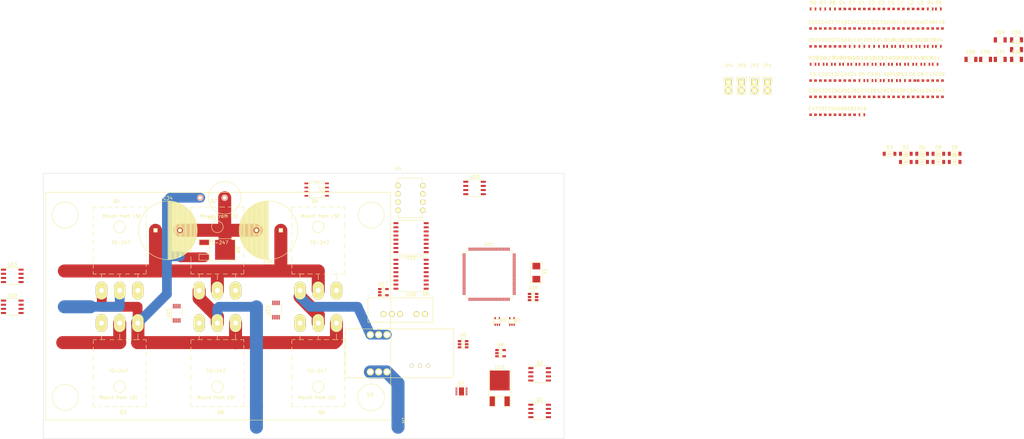
<source format=kicad_pcb>
(kicad_pcb (version 4) (host pcbnew 4.0.2+dfsg1-stable)
  (layers (0 F.Cu signal) (1 In1.Cu power) (2 In2.Cu power) (31 B.Cu signal) (34 B.Paste user) (35 F.Paste user) (36 B.SilkS user) (37 F.SilkS user) (38 B.Mask user) (39 F.Mask user) (44 Edge.Cuts user))
  (net 0 "")
  (net 1 "Net-(C1-Pad1)")
  (net 2 "Net-(C1-Pad2)")
  (net 3 "Net-(C2-Pad1)")
  (net 4 GND)
  (net 5 "Net-(C3-Pad1)")
  (net 6 "Net-(C3-Pad2)")
  (net 7 +BATT)
  (net 8 "Net-(C6-Pad1)")
  (net 9 "Net-(C7-Pad1)")
  (net 10 "Net-(C7-Pad2)")
  (net 11 "Net-(C8-Pad2)")
  (net 12 +12V)
  (net 13 "Net-(C9-Pad2)")
  (net 14 -12V)
  (net 15 "Net-(C11-Pad2)")
  (net 16 +5V)
  (net 17 GNDPWR)
  (net 18 +3V3)
  (net 19 "Net-(C16-Pad2)")
  (net 20 "Net-(C21-Pad1)")
  (net 21 "Net-(C31-Pad1)")
  (net 22 "Net-(C32-Pad1)")
  (net 23 /mcu/VBUS_MOTOR)
  (net 24 /h-bridge/VBUS)
  (net 25 "Net-(C34-Pad2)")
  (net 26 +5V_ISO)
  (net 27 +12V_ISO)
  (net 28 "Net-(C43-Pad1)")
  (net 29 "Net-(C43-Pad2)")
  (net 30 "Net-(C44-Pad1)")
  (net 31 "Net-(C44-Pad2)")
  (net 32 GNDA)
  (net 33 /mcu/I_SENSOR_OUT)
  (net 34 /mcu/VBAT_CTRL)
  (net 35 "Net-(D1-Pad2)")
  (net 36 "Net-(D3-Pad1)")
  (net 37 "Net-(D5-Pad1)")
  (net 38 "Net-(D8-Pad1)")
  (net 39 "Net-(D9-Pad1)")
  (net 40 /mcu/CAN_ID_0)
  (net 41 /mcu/CAN_ID_1)
  (net 42 "Net-(JP3-Pad2)")
  (net 43 "Net-(JP4-Pad2)")
  (net 44 "Net-(Q1-Pad4)")
  (net 45 GNDCBAT)
  (net 46 "Net-(Q2-Pad4)")
  (net 47 "Net-(D10-Pad2)")
  (net 48 GNDMBAT)
  (net 49 "Net-(Q3-Pad1)")
  (net 50 /h-bridge/BRAKE)
  (net 51 "Net-(Q4-Pad1)")
  (net 52 /h-bridge/I_SENSE+)
  (net 53 "Net-(Q5-Pad1)")
  (net 54 "Net-(Q6-Pad1)")
  (net 55 /h-bridge/M-)
  (net 56 "Net-(Q7-Pad1)")
  (net 57 "Net-(Q8-Pad1)")
  (net 58 "Net-(Q9-Pad1)")
  (net 59 +9V)
  (net 60 "Net-(R1-Pad2)")
  (net 61 "Net-(R4-Pad1)")
  (net 62 "Net-(R6-Pad1)")
  (net 63 "Net-(R7-Pad1)")
  (net 64 "Net-(R8-Pad1)")
  (net 65 "Net-(R16-Pad2)")
  (net 66 "Net-(P2-Pad1)")
  (net 67 "Net-(R18-Pad1)")
  (net 68 /mcu/JTAG_RST_N)
  (net 69 "Net-(R20-Pad2)")
  (net 70 "Net-(R22-Pad1)")
  (net 71 "Net-(R23-Pad1)")
  (net 72 "Net-(R24-Pad1)")
  (net 73 "Net-(R25-Pad1)")
  (net 74 /h-bridge/VBUS_EN_GD)
  (net 75 /h-bridge/VBUS_DIS_GD)
  (net 76 /h-bridge/PWM4_GD)
  (net 77 /h-bridge/PWM3_GD)
  (net 78 /h-bridge/PWM2_GD)
  (net 79 /h-bridge/PWM1_GD)
  (net 80 "Net-(R32-Pad2)")
  (net 81 "Net-(R35-Pad2)")
  (net 82 "Net-(R36-Pad1)")
  (net 83 "Net-(R37-Pad1)")
  (net 84 "Net-(R49-Pad1)")
  (net 85 /h-bridge/VBUS_ST_GD)
  (net 86 "Net-(R52-Pad2)")
  (net 87 +3.3VADC)
  (net 88 /h-bridge/I_SENSE-)
  (net 89 "Net-(U4-Pad7)")
  (net 90 "Net-(U4-Pad8)")
  (net 91 "Net-(R51-Pad2)")
  (net 92 "Net-(U9-Pad4)")
  (net 93 "Net-(U11-Pad1)")
  (net 94 "Net-(U11-Pad2)")
  (net 95 "Net-(U11-Pad3)")
  (net 96 "Net-(U11-Pad4)")
  (net 97 "Net-(U11-Pad5)")
  (net 98 "Net-(U11-Pad6)")
  (net 99 "Net-(U11-Pad11)")
  (net 100 "Net-(U11-Pad12)")
  (net 101 "Net-(U11-Pad13)")
  (net 102 "Net-(U11-Pad14)")
  (net 103 "Net-(U11-Pad15)")
  (net 104 /mcu/MCU_UART_RX)
  (net 105 /mcu/MCU_UART_TX)
  (net 106 "Net-(U11-Pad20)")
  (net 107 "Net-(U11-Pad21)")
  (net 108 /mcu/LED_3)
  (net 109 /mcu/LED_2)
  (net 110 /mcu/LED_1)
  (net 111 /mcu/LED_0)
  (net 112 "Net-(U11-Pad27)")
  (net 113 "Net-(U11-Pad29)")
  (net 114 "Net-(U11-Pad30)")
  (net 115 "Net-(U11-Pad31)")
  (net 116 "Net-(U11-Pad32)")
  (net 117 /mcu/DEBUG_0)
  (net 118 /mcu/DEBUG_1)
  (net 119 /mcu/DEBUG_2)
  (net 120 /mcu/DEBUG_3)
  (net 121 /mcu/DEBUG_4)
  (net 122 /mcu/DEBUG_5)
  (net 123 /mcu/DEBUG_6)
  (net 124 /mcu/DEBUG_7)
  (net 125 "Net-(U11-Pad42)")
  (net 126 "Net-(U11-Pad43)")
  (net 127 /h-bridge/PWM1_MCU)
  (net 128 /h-bridge/PWM2_MCU)
  (net 129 "Net-(U11-Pad46)")
  (net 130 /h-bridge/PWM4_MCU)
  (net 131 /h-bridge/PWM3_MCU)
  (net 132 "Net-(U11-Pad53)")
  (net 133 "Net-(U11-Pad54)")
  (net 134 "Net-(U11-Pad56)")
  (net 135 "Net-(U11-Pad57)")
  (net 136 "Net-(U11-Pad60)")
  (net 137 "Net-(U11-Pad61)")
  (net 138 /mcu/PWM_FAN)
  (net 139 /h-bridge/VBUS_DIS_MCU)
  (net 140 "Net-(U11-Pad65)")
  (net 141 "Net-(U11-Pad67)")
  (net 142 "Net-(U11-Pad68)")
  (net 143 /h-bridge/VBUS_EN_MCU)
  (net 144 /mcu/VBUS_ST_MCU)
  (net 145 "Net-(U11-Pad73)")
  (net 146 "Net-(U11-Pad74)")
  (net 147 "Net-(U11-Pad75)")
  (net 148 "Net-(U11-Pad76)")
  (net 149 "Net-(U11-Pad81)")
  (net 150 /mcu/QEI_PHA)
  (net 151 /mcu/QEI_PHB)
  (net 152 /mcu/QEI_IDX)
  (net 153 "Net-(U11-Pad85)")
  (net 154 "Net-(U11-Pad86)")
  (net 155 "Net-(U11-Pad91)")
  (net 156 "Net-(U11-Pad92)")
  (net 157 "Net-(U11-Pad93)")
  (net 158 "Net-(U11-Pad94)")
  (net 159 /mcu/CAN_RX)
  (net 160 /mcu/CAN_TX)
  (net 161 /mcu/JTAG_TDO)
  (net 162 /mcu/JTAG_TDI)
  (net 163 /mcu/JTAG_TMS)
  (net 164 /mcu/JTAG_TCK)
  (net 165 "Net-(U11-Pad102)")
  (net 166 "Net-(U11-Pad103)")
  (net 167 "Net-(U11-Pad104)")
  (net 168 "Net-(U11-Pad105)")
  (net 169 "Net-(U11-Pad106)")
  (net 170 "Net-(U11-Pad107)")
  (net 171 "Net-(U11-Pad108)")
  (net 172 "Net-(U11-Pad109)")
  (net 173 "Net-(U11-Pad110)")
  (net 174 "Net-(U11-Pad111)")
  (net 175 "Net-(U11-Pad112)")
  (net 176 "Net-(U11-Pad116)")
  (net 177 "Net-(U11-Pad117)")
  (net 178 "Net-(U11-Pad118)")
  (net 179 "Net-(U11-Pad119)")
  (net 180 "Net-(U11-Pad120)")
  (net 181 "Net-(U11-Pad121)")
  (net 182 /sensors/BRIDGE_TEMP)
  (net 183 /mcu/BRIDGE_TEMP)
  (net 184 "Net-(U11-Pad128)")
  (net 185 /h-bridge/VBUS_ST_MCU)
  (net 186 "Net-(U12-Pad11)")
  (net 187 "Net-(U13-Pad1)")
  (net 188 "Net-(U13-Pad8)")
  (net 189 "Net-(U16-Pad2)")
  (net 190 "Net-(U17-Pad4)")
  (net 191 "Net-(U18-Pad5)")
  (net 192 "Net-(P7-Pad2)")
  (net 193 "Net-(P7-Pad1)")
  (net 194 "Net-(R47-Pad1)")
  (net 195 "Net-(U19-Pad1)")
  (net 196 "Net-(U19-Pad5)")
  (net 197 "Net-(U19-Pad8)")
  (net 198 "Net-(U8-Pad5)")
  (module 2kwMotorController:DHS-B10680-04A (layer F.Cu) (at 34.24 103.82 90)
    (fp_text reference H1 (at 0 110 90) (layer F.SilkS))
    (fp_text value DHS-B10680-04A hide)
  )
  (module 2kwMotorController:LAH_100-P (layer F.Cu) (at 134 89)
    (fp_text reference U3 (at 0 7) (layer F.SilkS))
    (fp_text value LAH-100P)
    (pad 5 thru_hole circle (at 17.78 -1.905) (size 1.2 1.2) (drill 0.875) (layers *.Cu *.Mask F.SilkS) (net 3 "Net-(C2-Pad1)"))
    (pad 4 thru_hole circle (at 15.28 -1.905) (size 1.2 1.2) (drill 0.875) (layers *.Cu *.Mask F.SilkS) (net 12 +12V))
    (pad 1 thru_hole circle (at 0 -11.43) (size 2.2 2.2) (drill oval 1.75 1.25) (layers *.Cu *.Mask F.SilkS) (net 52 /h-bridge/I_SENSE+))
    (pad 1 thru_hole circle (at 2.54 -11.43) (size 2.2 2.2) (drill oval 1.75 1.25) (layers *.Cu *.Mask F.SilkS) (net 52 /h-bridge/I_SENSE+))
    (pad 1 thru_hole circle (at 5.08 -11.43) (size 2.2 2.2) (drill oval 1.75 1.25) (layers *.Cu *.Mask F.SilkS) (net 52 /h-bridge/I_SENSE+))
    (pad 2 thru_hole circle (at 5.08 0) (size 2.2 2.2) (drill oval 1.75 1.25) (layers *.Cu *.Mask F.SilkS) (net 88 /h-bridge/I_SENSE-))
    (pad 2 thru_hole circle (at 2.54 0) (size 2.2 2.2) (drill oval 1.75 1.25) (layers *.Cu *.Mask F.SilkS) (net 88 /h-bridge/I_SENSE-))
    (pad 2 thru_hole circle (at 0 0) (size 2.2 2.2) (drill oval 1.75 1.25) (layers *.Cu *.Mask F.SilkS) (net 88 /h-bridge/I_SENSE-))
    (pad 3 thru_hole circle (at 12.7 -1.905) (size 1.2 1.2) (drill 0.875) (layers *.Cu *.Mask F.SilkS) (net 14 -12V))
  )
  (module Resistors_ThroughHole:Resistor_Vertical_RM7.5mm (layer F.Cu) (at 85.5 35.5 180)
    (fp_text reference TH1 (at 0 -6.35 180) (layer F.SilkS))
    (fp_text value B57127P100M301)
    (pad 1 thru_hole circle (at -3.74904 0 180) (size 1.99898 1.99898) (drill 1.00076) (layers *.Cu *.SilkS *.Mask) (net 25 "Net-(C34-Pad2)"))
    (pad 2 thru_hole circle (at 3.75158 0 180) (size 1.99898 1.99898) (drill 1.00076) (layers *.Cu *.SilkS *.Mask) (net 17 GNDPWR))
  )
  (module TO_SOT_Packages_SMD:TO-252-2Lead (layer F.Cu) (at 83 51.5 270)
    (fp_text reference Q9 (at 0 -10.414 270) (layer F.SilkS))
    (fp_text value DMT10H010LK3)
    (pad 1 smd rect (at -2.286 0 270) (size 1.651 3.048) (layers F.Cu F.Paste F.Mask) (net 58 "Net-(Q9-Pad1)"))
    (pad 2 smd rect (at 0 -6.35 270) (size 6.096 6.096) (layers F.Cu F.Paste F.Mask) (net 25 "Net-(C34-Pad2)"))
    (pad 3 smd rect (at 2.286 0 270) (size 1.651 3.048) (layers F.Cu F.Paste F.Mask) (net 17 GNDPWR))
  )
  (module Capacitors_ThroughHole:C_Radial_D18_L36_P7.5 (layer F.Cu) (at 106.5 45.5 180)
    (fp_text reference C35 (at 3.81 -9.906 180) (layer F.SilkS))
    (fp_text value 1.5m)
    (pad 1 thru_hole rect (at 0 0 180) (size 1.3 1.3) (drill 0.8) (layers *.Cu *.Mask F.SilkS) (net 24 /h-bridge/VBUS))
    (pad 2 thru_hole circle (at 7.5 0 180) (size 1.3 1.3) (drill 0.8) (layers *.Cu *.Mask F.SilkS) (net 25 "Net-(C34-Pad2)"))
  )
  (module Capacitors_ThroughHole:C_Radial_D18_L36_P7.5 (layer F.Cu) (at 68 45.5)
    (fp_text reference C34 (at 3.81 -9.906) (layer F.SilkS))
    (fp_text value 1.5m)
    (pad 1 thru_hole rect (at 0 0) (size 1.3 1.3) (drill 0.8) (layers *.Cu *.Mask F.SilkS) (net 24 /h-bridge/VBUS))
    (pad 2 thru_hole circle (at 7.5 0) (size 1.3 1.3) (drill 0.8) (layers *.Cu *.Mask F.SilkS) (net 25 "Net-(C34-Pad2)"))
  )
  (module 2kwMotorController:TO-247_Horizontal_Neutral123_MountFromLS_largePads (layer F.Cu) (at 57 74 180)
    (fp_text reference Q3 (at -1.016 -27.432 180) (layer F.SilkS))
    (fp_text value IRFP4468)
    (fp_text user "Mount from LS!" (at 0.508 -22.86 180) (layer F.SilkS))
    (fp_text user TO-247 (at 0.4064 -14.7066 180) (layer F.SilkS))
    (pad 2 thru_hole oval (at 0 0 270) (size 5.50164 3.50012) (drill 1.50114) (layers *.Cu *.Mask F.SilkS) (net 48 GNDMBAT))
    (pad 3 thru_hole oval (at -5.588 0 270) (size 5.50164 3.50012) (drill 1.50114) (layers *.Cu *.Mask F.SilkS) (net 17 GNDPWR))
    (pad 1 thru_hole oval (at 5.588 0 270) (size 5.50164 3.50012) (drill 1.50114) (layers *.Cu *.Mask F.SilkS) (net 49 "Net-(Q3-Pad1)"))
  )
  (module 2kwMotorController:TO-247_Horizontal_Neutral123_MountFromLS_largePads (layer F.Cu) (at 57 64)
    (fp_text reference Q4 (at -1.016 -27.432) (layer F.SilkS))
    (fp_text value IRFP4468)
    (fp_text user "Mount from LS!" (at 0.508 -22.86) (layer F.SilkS))
    (fp_text user TO-247 (at 0.4064 -14.7066) (layer F.SilkS))
    (pad 2 thru_hole oval (at 0 0 90) (size 5.50164 3.50012) (drill 1.50114) (layers *.Cu *.Mask F.SilkS) (net 50 /h-bridge/BRAKE))
    (pad 3 thru_hole oval (at -5.588 0 90) (size 5.50164 3.50012) (drill 1.50114) (layers *.Cu *.Mask F.SilkS) (net 17 GNDPWR))
    (pad 1 thru_hole oval (at 5.588 0 90) (size 5.50164 3.50012) (drill 1.50114) (layers *.Cu *.Mask F.SilkS) (net 51 "Net-(Q4-Pad1)"))
  )
  (module 2kwMotorController:TO-247_Horizontal_Neutral123_MountFromLS_largePads (layer F.Cu) (at 118 64)
    (fp_text reference Q5 (at -1.016 -27.432) (layer F.SilkS))
    (fp_text value IRFP4468)
    (fp_text user "Mount from LS!" (at 0.508 -22.86) (layer F.SilkS))
    (fp_text user TO-247 (at 0.4064 -14.7066) (layer F.SilkS))
    (pad 2 thru_hole oval (at 0 0 90) (size 5.50164 3.50012) (drill 1.50114) (layers *.Cu *.Mask F.SilkS) (net 24 /h-bridge/VBUS))
    (pad 3 thru_hole oval (at -5.588 0 90) (size 5.50164 3.50012) (drill 1.50114) (layers *.Cu *.Mask F.SilkS) (net 52 /h-bridge/I_SENSE+))
    (pad 1 thru_hole oval (at 5.588 0 90) (size 5.50164 3.50012) (drill 1.50114) (layers *.Cu *.Mask F.SilkS) (net 53 "Net-(Q5-Pad1)"))
  )
  (module 2kwMotorController:TO-247_Horizontal_Neutral123_MountFromLS_largePads (layer F.Cu) (at 118 74 180)
    (fp_text reference Q6 (at -1.016 -27.432 180) (layer F.SilkS))
    (fp_text value IRFP4468)
    (fp_text user "Mount from LS!" (at 0.508 -22.86 180) (layer F.SilkS))
    (fp_text user TO-247 (at 0.4064 -14.7066 180) (layer F.SilkS))
    (pad 2 thru_hole oval (at 0 0 270) (size 5.50164 3.50012) (drill 1.50114) (layers *.Cu *.Mask F.SilkS) (net 52 /h-bridge/I_SENSE+))
    (pad 3 thru_hole oval (at -5.588 0 270) (size 5.50164 3.50012) (drill 1.50114) (layers *.Cu *.Mask F.SilkS) (net 17 GNDPWR))
    (pad 1 thru_hole oval (at 5.588 0 270) (size 5.50164 3.50012) (drill 1.50114) (layers *.Cu *.Mask F.SilkS) (net 54 "Net-(Q6-Pad1)"))
  )
  (module 2kwMotorController:TO-247_Horizontal_Neutral123_MountFromLS_largePads (layer F.Cu) (at 87 64)
    (fp_text reference Q7 (at -1.016 -27.432) (layer F.SilkS))
    (fp_text value IRFP4468)
    (fp_text user "Mount from LS!" (at 0.508 -22.86) (layer F.SilkS))
    (fp_text user TO-247 (at 0.4064 -14.7066) (layer F.SilkS))
    (pad 2 thru_hole oval (at 0 0 90) (size 5.50164 3.50012) (drill 1.50114) (layers *.Cu *.Mask F.SilkS) (net 24 /h-bridge/VBUS))
    (pad 3 thru_hole oval (at -5.588 0 90) (size 5.50164 3.50012) (drill 1.50114) (layers *.Cu *.Mask F.SilkS) (net 55 /h-bridge/M-))
    (pad 1 thru_hole oval (at 5.588 0 90) (size 5.50164 3.50012) (drill 1.50114) (layers *.Cu *.Mask F.SilkS) (net 56 "Net-(Q7-Pad1)"))
  )
  (module 2kwMotorController:TO-247_Horizontal_Neutral123_MountFromLS_largePads (layer F.Cu) (at 87 74 180)
    (fp_text reference Q8 (at -1.016 -27.432 180) (layer F.SilkS))
    (fp_text value IRFP4468)
    (fp_text user "Mount from LS!" (at 0.508 -22.86 180) (layer F.SilkS))
    (fp_text user TO-247 (at 0.4064 -14.7066 180) (layer F.SilkS))
    (pad 2 thru_hole oval (at 0 0 270) (size 5.50164 3.50012) (drill 1.50114) (layers *.Cu *.Mask F.SilkS) (net 55 /h-bridge/M-))
    (pad 3 thru_hole oval (at -5.588 0 270) (size 5.50164 3.50012) (drill 1.50114) (layers *.Cu *.Mask F.SilkS) (net 17 GNDPWR))
    (pad 1 thru_hole oval (at 5.588 0 270) (size 5.50164 3.50012) (drill 1.50114) (layers *.Cu *.Mask F.SilkS) (net 57 "Net-(Q8-Pad1)"))
  )
  (module Capacitors_SMD:C_0603 (layer F.Cu) (at 285 -22.5)
    (fp_text reference C1 (at 0 -1.9) (layer F.SilkS))
    (fp_text value 47p)
    (pad 1 smd rect (at -0.75 0) (size 0.8 0.75) (layers F.Cu F.Paste F.Mask) (net 1 "Net-(C1-Pad1)"))
    (pad 2 smd rect (at 0.75 0) (size 0.8 0.75) (layers F.Cu F.Paste F.Mask) (net 2 "Net-(C1-Pad2)"))
  )
  (module Capacitors_SMD:C_0603 (layer F.Cu) (at 288 -22.5)
    (fp_text reference C2 (at 0 -1.9) (layer F.SilkS))
    (fp_text value 27n)
    (pad 1 smd rect (at -0.75 0) (size 0.8 0.75) (layers F.Cu F.Paste F.Mask) (net 3 "Net-(C2-Pad1)"))
    (pad 2 smd rect (at 0.75 0) (size 0.8 0.75) (layers F.Cu F.Paste F.Mask) (net 4 GND))
  )
  (module Capacitors_SMD:C_0603 (layer F.Cu) (at 291 -22.5)
    (fp_text reference C3 (at 0 -1.9) (layer F.SilkS))
    (fp_text value 47p)
    (pad 1 smd rect (at -0.75 0) (size 0.8 0.75) (layers F.Cu F.Paste F.Mask) (net 5 "Net-(C3-Pad1)"))
    (pad 2 smd rect (at 0.75 0) (size 0.8 0.75) (layers F.Cu F.Paste F.Mask) (net 6 "Net-(C3-Pad2)"))
  )
  (module Capacitors_SMD:C_0603 (layer F.Cu) (at 279 -22.5)
    (fp_text reference C4 (at 0 -1.9) (layer F.SilkS))
    (fp_text value 1u)
    (pad 1 smd rect (at -0.75 0) (size 0.8 0.75) (layers F.Cu F.Paste F.Mask) (net 7 +BATT))
    (pad 2 smd rect (at 0.75 0) (size 0.8 0.75) (layers F.Cu F.Paste F.Mask) (net 4 GND))
  )
  (module Capacitors_SMD:C_0603 (layer F.Cu) (at 270 -0.5)
    (fp_text reference C5 (at 0 -1.9) (layer F.SilkS))
    (fp_text value 4.7u)
    (pad 1 smd rect (at -0.75 0) (size 0.8 0.75) (layers F.Cu F.Paste F.Mask) (net 7 +BATT))
    (pad 2 smd rect (at 0.75 0) (size 0.8 0.75) (layers F.Cu F.Paste F.Mask) (net 4 GND))
  )
  (module Capacitors_SMD:C_0603 (layer F.Cu) (at 300.5 -0.5)
    (fp_text reference C6 (at 0 -1.9) (layer F.SilkS))
    (fp_text value 100n)
    (pad 1 smd rect (at -0.75 0) (size 0.8 0.75) (layers F.Cu F.Paste F.Mask) (net 8 "Net-(C6-Pad1)"))
    (pad 2 smd rect (at 0.75 0) (size 0.8 0.75) (layers F.Cu F.Paste F.Mask) (net 4 GND))
  )
  (module Capacitors_SMD:C_0603 (layer F.Cu) (at 282 -22.5)
    (fp_text reference C7 (at 0 -1.9) (layer F.SilkS))
    (fp_text value 1u)
    (pad 1 smd rect (at -0.75 0) (size 0.8 0.75) (layers F.Cu F.Paste F.Mask) (net 9 "Net-(C7-Pad1)"))
    (pad 2 smd rect (at 0.75 0) (size 0.8 0.75) (layers F.Cu F.Paste F.Mask) (net 10 "Net-(C7-Pad2)"))
  )
  (module Capacitors_SMD:C_0603 (layer F.Cu) (at 303 -0.5)
    (fp_text reference C8 (at 0 -1.9) (layer F.SilkS))
    (fp_text value 100n)
    (pad 1 smd rect (at -0.75 0) (size 0.8 0.75) (layers F.Cu F.Paste F.Mask) (net 4 GND))
    (pad 2 smd rect (at 0.75 0) (size 0.8 0.75) (layers F.Cu F.Paste F.Mask) (net 11 "Net-(C8-Pad2)"))
  )
  (module Capacitors_SMD:C_0603 (layer F.Cu) (at 294 -22.5)
    (fp_text reference C9 (at 0 -1.9) (layer F.SilkS))
    (fp_text value 56p)
    (pad 1 smd rect (at -0.75 0) (size 0.8 0.75) (layers F.Cu F.Paste F.Mask) (net 12 +12V))
    (pad 2 smd rect (at 0.75 0) (size 0.8 0.75) (layers F.Cu F.Paste F.Mask) (net 13 "Net-(C9-Pad2)"))
  )
  (module Capacitors_SMD:C_0603 (layer F.Cu) (at 273 -0.5)
    (fp_text reference C10 (at 0 -1.9) (layer F.SilkS))
    (fp_text value 4.7u)
    (pad 1 smd rect (at -0.75 0) (size 0.8 0.75) (layers F.Cu F.Paste F.Mask) (net 4 GND))
    (pad 2 smd rect (at 0.75 0) (size 0.8 0.75) (layers F.Cu F.Paste F.Mask) (net 14 -12V))
  )
  (module Capacitors_SMD:C_0603 (layer F.Cu) (at 270 -16.5)
    (fp_text reference C11 (at 0 -1.9) (layer F.SilkS))
    (fp_text value 56p)
    (pad 1 smd rect (at -0.75 0) (size 0.8 0.75) (layers F.Cu F.Paste F.Mask) (net 14 -12V))
    (pad 2 smd rect (at 0.75 0) (size 0.8 0.75) (layers F.Cu F.Paste F.Mask) (net 15 "Net-(C11-Pad2)"))
  )
  (module Capacitors_SMD:C_0603 (layer F.Cu) (at 276 -0.5)
    (fp_text reference C12 (at 0 -1.9) (layer F.SilkS))
    (fp_text value 4.7u)
    (pad 1 smd rect (at -0.75 0) (size 0.8 0.75) (layers F.Cu F.Paste F.Mask) (net 12 +12V))
    (pad 2 smd rect (at 0.75 0) (size 0.8 0.75) (layers F.Cu F.Paste F.Mask) (net 4 GND))
  )
  (module Capacitors_SMD:C_0603 (layer F.Cu) (at 306 -0.5)
    (fp_text reference C13 (at 0 -1.9) (layer F.SilkS))
    (fp_text value 100n)
    (pad 1 smd rect (at -0.75 0) (size 0.8 0.75) (layers F.Cu F.Paste F.Mask) (net 7 +BATT))
    (pad 2 smd rect (at 0.75 0) (size 0.8 0.75) (layers F.Cu F.Paste F.Mask) (net 4 GND))
  )
  (module Capacitors_SMD:C_0603 (layer F.Cu) (at 273 -16.5)
    (fp_text reference C14 (at 0 -1.9) (layer F.SilkS))
    (fp_text value 1u)
    (pad 1 smd rect (at -0.75 0) (size 0.8 0.75) (layers F.Cu F.Paste F.Mask) (net 16 +5V))
    (pad 2 smd rect (at 0.75 0) (size 0.8 0.75) (layers F.Cu F.Paste F.Mask) (net 4 GND))
  )
  (module Capacitors_SMD:C_1206 (layer F.Cu) (at 332.5 -10)
    (fp_text reference C15 (at 0 -2.3) (layer F.SilkS))
    (fp_text value 10u)
    (pad 1 smd rect (at -1.5 0) (size 1 1.6) (layers F.Cu F.Paste F.Mask) (net 18 +3V3))
    (pad 2 smd rect (at 1.5 0) (size 1 1.6) (layers F.Cu F.Paste F.Mask) (net 4 GND))
  )
  (module Capacitors_SMD:C_0603 (layer F.Cu) (at 279 -0.5)
    (fp_text reference C16 (at 0 -1.9) (layer F.SilkS))
    (fp_text value 2.2u)
    (pad 1 smd rect (at -0.75 0) (size 0.8 0.75) (layers F.Cu F.Paste F.Mask) (net 18 +3V3))
    (pad 2 smd rect (at 0.75 0) (size 0.8 0.75) (layers F.Cu F.Paste F.Mask) (net 19 "Net-(C16-Pad2)"))
  )
  (module Capacitors_SMD:C_0603 (layer F.Cu) (at 276 -16.5)
    (fp_text reference C17 (at 0 -1.9) (layer F.SilkS))
    (fp_text value 10u)
    (pad 1 smd rect (at -0.75 0) (size 0.8 0.75) (layers F.Cu F.Paste F.Mask) (net 18 +3V3))
    (pad 2 smd rect (at 0.75 0) (size 0.8 0.75) (layers F.Cu F.Paste F.Mask) (net 4 GND))
  )
  (module Capacitors_SMD:C_0603 (layer F.Cu) (at 279 -16.5)
    (fp_text reference C18 (at 0 -1.9) (layer F.SilkS))
    (fp_text value 10u)
    (pad 1 smd rect (at -0.75 0) (size 0.8 0.75) (layers F.Cu F.Paste F.Mask) (net 18 +3V3))
    (pad 2 smd rect (at 0.75 0) (size 0.8 0.75) (layers F.Cu F.Paste F.Mask) (net 4 GND))
  )
  (module Capacitors_SMD:C_0603 (layer F.Cu) (at 309 -0.5)
    (fp_text reference C19 (at 0 -1.9) (layer F.SilkS))
    (fp_text value 100n)
    (pad 1 smd rect (at -0.75 0) (size 0.8 0.75) (layers F.Cu F.Paste F.Mask) (net 18 +3V3))
    (pad 2 smd rect (at 0.75 0) (size 0.8 0.75) (layers F.Cu F.Paste F.Mask) (net 4 GND))
  )
  (module Capacitors_SMD:C_0603 (layer F.Cu) (at 270 4.5)
    (fp_text reference C20 (at 0 -1.9) (layer F.SilkS))
    (fp_text value 100n)
    (pad 1 smd rect (at -0.75 0) (size 0.8 0.75) (layers F.Cu F.Paste F.Mask) (net 18 +3V3))
    (pad 2 smd rect (at 0.75 0) (size 0.8 0.75) (layers F.Cu F.Paste F.Mask) (net 4 GND))
  )
  (module Capacitors_SMD:C_0603 (layer F.Cu) (at 282 -0.5)
    (fp_text reference C21 (at 0 -1.9) (layer F.SilkS))
    (fp_text value 2.2u)
    (pad 1 smd rect (at -0.75 0) (size 0.8 0.75) (layers F.Cu F.Paste F.Mask) (net 20 "Net-(C21-Pad1)"))
    (pad 2 smd rect (at 0.75 0) (size 0.8 0.75) (layers F.Cu F.Paste F.Mask) (net 4 GND))
  )
  (module Capacitors_SMD:C_0603 (layer F.Cu) (at 273 4.5)
    (fp_text reference C22 (at 0 -1.9) (layer F.SilkS))
    (fp_text value 100n)
    (pad 1 smd rect (at -0.75 0) (size 0.8 0.75) (layers F.Cu F.Paste F.Mask) (net 18 +3V3))
    (pad 2 smd rect (at 0.75 0) (size 0.8 0.75) (layers F.Cu F.Paste F.Mask) (net 4 GND))
  )
  (module Capacitors_SMD:C_0603 (layer F.Cu) (at 276 4.5)
    (fp_text reference C23 (at 0 -1.9) (layer F.SilkS))
    (fp_text value 100n)
    (pad 1 smd rect (at -0.75 0) (size 0.8 0.75) (layers F.Cu F.Paste F.Mask) (net 18 +3V3))
    (pad 2 smd rect (at 0.75 0) (size 0.8 0.75) (layers F.Cu F.Paste F.Mask) (net 4 GND))
  )
  (module Capacitors_SMD:C_0603 (layer F.Cu) (at 282 -16.5)
    (fp_text reference C24 (at 0 -1.9) (layer F.SilkS))
    (fp_text value 1u)
    (pad 1 smd rect (at -0.75 0) (size 0.8 0.75) (layers F.Cu F.Paste F.Mask) (net 20 "Net-(C21-Pad1)"))
    (pad 2 smd rect (at 0.75 0) (size 0.8 0.75) (layers F.Cu F.Paste F.Mask) (net 4 GND))
  )
  (module Capacitors_SMD:C_0603 (layer F.Cu) (at 279 4.5)
    (fp_text reference C25 (at 0 -1.9) (layer F.SilkS))
    (fp_text value 100n)
    (pad 1 smd rect (at -0.75 0) (size 0.8 0.75) (layers F.Cu F.Paste F.Mask) (net 18 +3V3))
    (pad 2 smd rect (at 0.75 0) (size 0.8 0.75) (layers F.Cu F.Paste F.Mask) (net 4 GND))
  )
  (module Capacitors_SMD:C_0603 (layer F.Cu) (at 282 4.5)
    (fp_text reference C26 (at 0 -1.9) (layer F.SilkS))
    (fp_text value 100n)
    (pad 1 smd rect (at -0.75 0) (size 0.8 0.75) (layers F.Cu F.Paste F.Mask) (net 18 +3V3))
    (pad 2 smd rect (at 0.75 0) (size 0.8 0.75) (layers F.Cu F.Paste F.Mask) (net 4 GND))
  )
  (module Capacitors_SMD:C_0603 (layer F.Cu) (at 285 4.5)
    (fp_text reference C27 (at 0 -1.9) (layer F.SilkS))
    (fp_text value 100n)
    (pad 1 smd rect (at -0.75 0) (size 0.8 0.75) (layers F.Cu F.Paste F.Mask) (net 20 "Net-(C21-Pad1)"))
    (pad 2 smd rect (at 0.75 0) (size 0.8 0.75) (layers F.Cu F.Paste F.Mask) (net 4 GND))
  )
  (module Capacitors_SMD:C_0603 (layer F.Cu) (at 288 4.5)
    (fp_text reference C28 (at 0 -1.9) (layer F.SilkS))
    (fp_text value 100n)
    (pad 1 smd rect (at -0.75 0) (size 0.8 0.75) (layers F.Cu F.Paste F.Mask) (net 18 +3V3))
    (pad 2 smd rect (at 0.75 0) (size 0.8 0.75) (layers F.Cu F.Paste F.Mask) (net 4 GND))
  )
  (module Capacitors_SMD:C_0603 (layer F.Cu) (at 291 4.5)
    (fp_text reference C29 (at 0 -1.9) (layer F.SilkS))
    (fp_text value 100n)
    (pad 1 smd rect (at -0.75 0) (size 0.8 0.75) (layers F.Cu F.Paste F.Mask) (net 18 +3V3))
    (pad 2 smd rect (at 0.75 0) (size 0.8 0.75) (layers F.Cu F.Paste F.Mask) (net 4 GND))
  )
  (module Capacitors_SMD:C_0603 (layer F.Cu) (at 294 4.5)
    (fp_text reference C30 (at 0 -1.9) (layer F.SilkS))
    (fp_text value 100n)
    (pad 1 smd rect (at -0.75 0) (size 0.8 0.75) (layers F.Cu F.Paste F.Mask) (net 20 "Net-(C21-Pad1)"))
    (pad 2 smd rect (at 0.75 0) (size 0.8 0.75) (layers F.Cu F.Paste F.Mask) (net 4 GND))
  )
  (module Capacitors_SMD:C_0603 (layer F.Cu) (at 285 -16.5)
    (fp_text reference C31 (at 0 -1.9) (layer F.SilkS))
    (fp_text value 10p)
    (pad 1 smd rect (at -0.75 0) (size 0.8 0.75) (layers F.Cu F.Paste F.Mask) (net 21 "Net-(C31-Pad1)"))
    (pad 2 smd rect (at 0.75 0) (size 0.8 0.75) (layers F.Cu F.Paste F.Mask) (net 4 GND))
  )
  (module Capacitors_SMD:C_0603 (layer F.Cu) (at 288 -16.5)
    (fp_text reference C32 (at 0 -1.9) (layer F.SilkS))
    (fp_text value 10p)
    (pad 1 smd rect (at -0.75 0) (size 0.8 0.75) (layers F.Cu F.Paste F.Mask) (net 22 "Net-(C32-Pad1)"))
    (pad 2 smd rect (at 0.75 0) (size 0.8 0.75) (layers F.Cu F.Paste F.Mask) (net 4 GND))
  )
  (module Capacitors_SMD:C_0603 (layer F.Cu) (at 291 -16.5)
    (fp_text reference C33 (at 0 -1.9) (layer F.SilkS))
    (fp_text value 47n)
    (pad 1 smd rect (at -0.75 0) (size 0.8 0.75) (layers F.Cu F.Paste F.Mask) (net 23 /mcu/VBUS_MOTOR))
    (pad 2 smd rect (at 0.75 0) (size 0.8 0.75) (layers F.Cu F.Paste F.Mask) (net 4 GND))
  )
  (module Capacitors_SMD:C_1206 (layer F.Cu) (at 332.5 -7)
    (fp_text reference C36 (at 0 -2.3) (layer F.SilkS))
    (fp_text value 10u)
    (pad 1 smd rect (at -1.5 0) (size 1 1.6) (layers F.Cu F.Paste F.Mask) (net 24 /h-bridge/VBUS))
    (pad 2 smd rect (at 1.5 0) (size 1 1.6) (layers F.Cu F.Paste F.Mask) (net 17 GNDPWR))
  )
  (module Capacitors_SMD:C_1206 (layer F.Cu) (at 327.5 -7)
    (fp_text reference C37 (at 0 -2.3) (layer F.SilkS))
    (fp_text value 10u)
    (pad 1 smd rect (at -1.5 0) (size 1 1.6) (layers F.Cu F.Paste F.Mask) (net 24 /h-bridge/VBUS))
    (pad 2 smd rect (at 1.5 0) (size 1 1.6) (layers F.Cu F.Paste F.Mask) (net 17 GNDPWR))
  )
  (module Capacitors_SMD:C_0603 (layer F.Cu) (at 297 4.5)
    (fp_text reference C38 (at 0 -1.9) (layer F.SilkS))
    (fp_text value 100n)
    (pad 1 smd rect (at -0.75 0) (size 0.8 0.75) (layers F.Cu F.Paste F.Mask) (net 18 +3V3))
    (pad 2 smd rect (at 0.75 0) (size 0.8 0.75) (layers F.Cu F.Paste F.Mask) (net 4 GND))
  )
  (module Capacitors_SMD:C_0603 (layer F.Cu) (at 300 4.5)
    (fp_text reference C39 (at 0 -1.9) (layer F.SilkS))
    (fp_text value 100n)
    (pad 1 smd rect (at -0.75 0) (size 0.8 0.75) (layers F.Cu F.Paste F.Mask) (net 26 +5V_ISO))
    (pad 2 smd rect (at 0.75 0) (size 0.8 0.75) (layers F.Cu F.Paste F.Mask) (net 17 GNDPWR))
  )
  (module Capacitors_SMD:C_0603 (layer F.Cu) (at 294 -16.5)
    (fp_text reference C40 (at 0 -1.9) (layer F.SilkS))
    (fp_text value 10u)
    (pad 1 smd rect (at -0.75 0) (size 0.8 0.75) (layers F.Cu F.Paste F.Mask) (net 27 +12V_ISO))
    (pad 2 smd rect (at 0.75 0) (size 0.8 0.75) (layers F.Cu F.Paste F.Mask) (net 17 GNDPWR))
  )
  (module Capacitors_SMD:C_0603 (layer F.Cu) (at 303 4.5)
    (fp_text reference C41 (at 0 -1.9) (layer F.SilkS))
    (fp_text value 100n)
    (pad 1 smd rect (at -0.75 0) (size 0.8 0.75) (layers F.Cu F.Paste F.Mask) (net 27 +12V_ISO))
    (pad 2 smd rect (at 0.75 0) (size 0.8 0.75) (layers F.Cu F.Paste F.Mask) (net 17 GNDPWR))
  )
  (module Capacitors_SMD:C_0603 (layer F.Cu) (at 306 4.5)
    (fp_text reference C42 (at 0 -1.9) (layer F.SilkS))
    (fp_text value 100n)
    (pad 1 smd rect (at -0.75 0) (size 0.8 0.75) (layers F.Cu F.Paste F.Mask) (net 27 +12V_ISO))
    (pad 2 smd rect (at 0.75 0) (size 0.8 0.75) (layers F.Cu F.Paste F.Mask) (net 17 GNDPWR))
  )
  (module Capacitors_SMD:C_0603 (layer F.Cu) (at 297 -16.5)
    (fp_text reference C43 (at 0 -1.9) (layer F.SilkS))
    (fp_text value 1u)
    (pad 1 smd rect (at -0.75 0) (size 0.8 0.75) (layers F.Cu F.Paste F.Mask) (net 28 "Net-(C43-Pad1)"))
    (pad 2 smd rect (at 0.75 0) (size 0.8 0.75) (layers F.Cu F.Paste F.Mask) (net 29 "Net-(C43-Pad2)"))
  )
  (module Capacitors_SMD:C_0603 (layer F.Cu) (at 300 -16.5)
    (fp_text reference C44 (at 0 -1.9) (layer F.SilkS))
    (fp_text value 1u)
    (pad 1 smd rect (at -0.75 0) (size 0.8 0.75) (layers F.Cu F.Paste F.Mask) (net 30 "Net-(C44-Pad1)"))
    (pad 2 smd rect (at 0.75 0) (size 0.8 0.75) (layers F.Cu F.Paste F.Mask) (net 31 "Net-(C44-Pad2)"))
  )
  (module Capacitors_SMD:C_0603 (layer F.Cu) (at 309 4.5)
    (fp_text reference C45 (at 0 -1.9) (layer F.SilkS))
    (fp_text value 100n)
    (pad 1 smd rect (at -0.75 0) (size 0.8 0.75) (layers F.Cu F.Paste F.Mask) (net 27 +12V_ISO))
    (pad 2 smd rect (at 0.75 0) (size 0.8 0.75) (layers F.Cu F.Paste F.Mask) (net 17 GNDPWR))
  )
  (module Capacitors_SMD:C_0603 (layer F.Cu) (at 303 -16.5)
    (fp_text reference C46 (at 0 -1.9) (layer F.SilkS))
    (fp_text value 10u)
    (pad 1 smd rect (at -0.75 0) (size 0.8 0.75) (layers F.Cu F.Paste F.Mask) (net 27 +12V_ISO))
    (pad 2 smd rect (at 0.75 0) (size 0.8 0.75) (layers F.Cu F.Paste F.Mask) (net 17 GNDPWR))
  )
  (module Capacitors_SMD:C_0603 (layer F.Cu) (at 270 10)
    (fp_text reference C47 (at 0 -1.9) (layer F.SilkS))
    (fp_text value 300p)
    (pad 1 smd rect (at -0.75 0) (size 0.8 0.75) (layers F.Cu F.Paste F.Mask) (net 18 +3V3))
    (pad 2 smd rect (at 0.75 0) (size 0.8 0.75) (layers F.Cu F.Paste F.Mask) (net 32 GNDA))
  )
  (module Capacitors_SMD:C_0603 (layer F.Cu) (at 306 -16.5)
    (fp_text reference C48 (at 0 -1.9) (layer F.SilkS))
    (fp_text value 1u)
    (pad 1 smd rect (at -0.75 0) (size 0.8 0.75) (layers F.Cu F.Paste F.Mask) (net 27 +12V_ISO))
    (pad 2 smd rect (at 0.75 0) (size 0.8 0.75) (layers F.Cu F.Paste F.Mask) (net 17 GNDPWR))
  )
  (module Capacitors_SMD:C_0603 (layer F.Cu) (at 309 -16.5)
    (fp_text reference C49 (at 0 -1.9) (layer F.SilkS))
    (fp_text value 1u)
    (pad 1 smd rect (at -0.75 0) (size 0.8 0.75) (layers F.Cu F.Paste F.Mask) (net 26 +5V_ISO))
    (pad 2 smd rect (at 0.75 0) (size 0.8 0.75) (layers F.Cu F.Paste F.Mask) (net 17 GNDPWR))
  )
  (module Capacitors_SMD:C_1206 (layer F.Cu) (at 332.5 -13)
    (fp_text reference C50 (at 0 -2.3) (layer F.SilkS))
    (fp_text value 100n)
    (pad 1 smd rect (at -1.5 0) (size 1 1.6) (layers F.Cu F.Paste F.Mask) (net 12 +12V))
    (pad 2 smd rect (at 1.5 0) (size 1 1.6) (layers F.Cu F.Paste F.Mask) (net 4 GND))
  )
  (module Capacitors_SMD:C_0603 (layer F.Cu) (at 273 10)
    (fp_text reference C51 (at 0 -1.9) (layer F.SilkS))
    (fp_text value 100n)
    (pad 1 smd rect (at -0.75 0) (size 0.8 0.75) (layers F.Cu F.Paste F.Mask) (net 18 +3V3))
    (pad 2 smd rect (at 0.75 0) (size 0.8 0.75) (layers F.Cu F.Paste F.Mask) (net 4 GND))
  )
  (module Capacitors_SMD:C_0603 (layer F.Cu) (at 270 -11)
    (fp_text reference C52 (at 0 -1.9) (layer F.SilkS))
    (fp_text value 1u)
    (pad 1 smd rect (at -0.75 0) (size 0.8 0.75) (layers F.Cu F.Paste F.Mask) (net 18 +3V3))
    (pad 2 smd rect (at 0.75 0) (size 0.8 0.75) (layers F.Cu F.Paste F.Mask) (net 32 GNDA))
  )
  (module Capacitors_SMD:C_0603 (layer F.Cu) (at 273 -11)
    (fp_text reference C53 (at 0 -1.9) (layer F.SilkS))
    (fp_text value 10n)
    (pad 1 smd rect (at -0.75 0) (size 0.8 0.75) (layers F.Cu F.Paste F.Mask) (net 18 +3V3))
    (pad 2 smd rect (at 0.75 0) (size 0.8 0.75) (layers F.Cu F.Paste F.Mask) (net 32 GNDA))
  )
  (module Capacitors_SMD:C_0603 (layer F.Cu) (at 276 10)
    (fp_text reference C54 (at 0 -1.9) (layer F.SilkS))
    (fp_text value 100n)
    (pad 1 smd rect (at -0.75 0) (size 0.8 0.75) (layers F.Cu F.Paste F.Mask) (net 27 +12V_ISO))
    (pad 2 smd rect (at 0.75 0) (size 0.8 0.75) (layers F.Cu F.Paste F.Mask) (net 17 GNDPWR))
  )
  (module Capacitors_SMD:C_1206 (layer F.Cu) (at 323 -7)
    (fp_text reference C55 (at 0 -2.3) (layer F.SilkS))
    (fp_text value 10u)
    (pad 1 smd rect (at -1.5 0) (size 1 1.6) (layers F.Cu F.Paste F.Mask) (net 24 /h-bridge/VBUS))
    (pad 2 smd rect (at 1.5 0) (size 1 1.6) (layers F.Cu F.Paste F.Mask) (net 17 GNDPWR))
  )
  (module Capacitors_SMD:C_1206 (layer F.Cu) (at 318.5 -7)
    (fp_text reference C56 (at 0 -2.3) (layer F.SilkS))
    (fp_text value 10u)
    (pad 1 smd rect (at -1.5 0) (size 1 1.6) (layers F.Cu F.Paste F.Mask) (net 24 /h-bridge/VBUS))
    (pad 2 smd rect (at 1.5 0) (size 1 1.6) (layers F.Cu F.Paste F.Mask) (net 17 GNDPWR))
  )
  (module Capacitors_SMD:C_0603 (layer F.Cu) (at 276 -11)
    (fp_text reference C57 (at 0 -1.9) (layer F.SilkS))
    (fp_text value 47n)
    (pad 1 smd rect (at -0.75 0) (size 0.8 0.75) (layers F.Cu F.Paste F.Mask) (net 33 /mcu/I_SENSOR_OUT))
    (pad 2 smd rect (at 0.75 0) (size 0.8 0.75) (layers F.Cu F.Paste F.Mask) (net 4 GND))
  )
  (module Capacitors_SMD:C_0603 (layer F.Cu) (at 279 -11)
    (fp_text reference C58 (at 0 -1.9) (layer F.SilkS))
    (fp_text value 47n)
    (pad 1 smd rect (at -0.75 0) (size 0.8 0.75) (layers F.Cu F.Paste F.Mask) (net 34 /mcu/VBAT_CTRL))
    (pad 2 smd rect (at 0.75 0) (size 0.8 0.75) (layers F.Cu F.Paste F.Mask) (net 4 GND))
  )
  (module Capacitors_SMD:C_1206 (layer F.Cu) (at 327.5 -13)
    (fp_text reference C59 (at 0 -2.3) (layer F.SilkS))
    (fp_text value 1u)
    (pad 1 smd rect (at -1.5 0) (size 1 1.6) (layers F.Cu F.Paste F.Mask) (net 12 +12V))
    (pad 2 smd rect (at 1.5 0) (size 1 1.6) (layers F.Cu F.Paste F.Mask) (net 4 GND))
  )
  (module Capacitors_SMD:C_0603 (layer F.Cu) (at 279 10)
    (fp_text reference C60 (at 0 -1.9) (layer F.SilkS))
    (fp_text value 100n)
    (pad 1 smd rect (at -0.75 0) (size 0.8 0.75) (layers F.Cu F.Paste F.Mask) (net 18 +3V3))
    (pad 2 smd rect (at 0.75 0) (size 0.8 0.75) (layers F.Cu F.Paste F.Mask) (net 4 GND))
  )
  (module Capacitors_SMD:C_0603 (layer F.Cu) (at 282 10)
    (fp_text reference C61 (at 0 -1.9) (layer F.SilkS))
    (fp_text value 100n)
    (pad 1 smd rect (at -0.75 0) (size 0.8 0.75) (layers F.Cu F.Paste F.Mask) (net 26 +5V_ISO))
    (pad 2 smd rect (at 0.75 0) (size 0.8 0.75) (layers F.Cu F.Paste F.Mask) (net 17 GNDPWR))
  )
  (module Diodes_SMD:SOD-123 (layer F.Cu) (at 308.5 24.5)
    (fp_text reference D1 (at 0 -2) (layer F.SilkS))
    (fp_text value MBRM-120)
    (pad 1 smd rect (at -1.635 0) (size 0.91 1.22) (layers F.Cu F.Paste F.Mask) (net 12 +12V))
    (pad 2 smd rect (at 1.635 0) (size 0.91 1.22) (layers F.Cu F.Paste F.Mask) (net 35 "Net-(D1-Pad2)"))
  )
  (module Diodes_SMD:SOD-123 (layer F.Cu) (at 298.5 22)
    (fp_text reference D2 (at 0 -2) (layer F.SilkS))
    (fp_text value MBRM-120)
    (pad 1 smd rect (at -1.635 0) (size 0.91 1.22) (layers F.Cu F.Paste F.Mask) (net 4 GND))
    (pad 2 smd rect (at 1.635 0) (size 0.91 1.22) (layers F.Cu F.Paste F.Mask) (net 9 "Net-(C7-Pad1)"))
  )
  (module Diodes_SMD:SOD-123 (layer F.Cu) (at 293.5 22)
    (fp_text reference D3 (at 0 -2) (layer F.SilkS))
    (fp_text value LED)
    (pad 1 smd rect (at -1.635 0) (size 0.91 1.22) (layers F.Cu F.Paste F.Mask) (net 36 "Net-(D3-Pad1)"))
    (pad 2 smd rect (at 1.635 0) (size 0.91 1.22) (layers F.Cu F.Paste F.Mask) (net 27 +12V_ISO))
  )
  (module Diodes_SMD:SOD-123 (layer F.Cu) (at 298.5 24.5)
    (fp_text reference D4 (at 0 -2) (layer F.SilkS))
    (fp_text value MBRM-120)
    (pad 1 smd rect (at -1.635 0) (size 0.91 1.22) (layers F.Cu F.Paste F.Mask) (net 7 +BATT))
    (pad 2 smd rect (at 1.635 0) (size 0.91 1.22) (layers F.Cu F.Paste F.Mask) (net 18 +3V3))
  )
  (module Diodes_SMD:SOD-123 (layer F.Cu) (at 313.5 22)
    (fp_text reference D5 (at 0 -2) (layer F.SilkS))
    (fp_text value LED)
    (pad 1 smd rect (at -1.635 0) (size 0.91 1.22) (layers F.Cu F.Paste F.Mask) (net 37 "Net-(D5-Pad1)"))
    (pad 2 smd rect (at 1.635 0) (size 0.91 1.22) (layers F.Cu F.Paste F.Mask) (net 18 +3V3))
  )
  (module Diodes_SMD:SOD-123 (layer F.Cu) (at 303.5 22)
    (fp_text reference D6 (at 0 -2) (layer F.SilkS))
    (fp_text value S210F)
    (pad 1 smd rect (at -1.635 0) (size 0.91 1.22) (layers F.Cu F.Paste F.Mask) (net 29 "Net-(C43-Pad2)"))
    (pad 2 smd rect (at 1.635 0) (size 0.91 1.22) (layers F.Cu F.Paste F.Mask) (net 17 GNDPWR))
  )
  (module Diodes_SMD:SOD-123 (layer F.Cu) (at 303.5 24.5)
    (fp_text reference D7 (at 0 -2) (layer F.SilkS))
    (fp_text value S210F)
    (pad 1 smd rect (at -1.635 0) (size 0.91 1.22) (layers F.Cu F.Paste F.Mask) (net 31 "Net-(C44-Pad2)"))
    (pad 2 smd rect (at 1.635 0) (size 0.91 1.22) (layers F.Cu F.Paste F.Mask) (net 17 GNDPWR))
  )
  (module Diodes_SMD:SOD-123 (layer F.Cu) (at 313.5 24.5)
    (fp_text reference D8 (at 0 -2) (layer F.SilkS))
    (fp_text value LED)
    (pad 1 smd rect (at -1.635 0) (size 0.91 1.22) (layers F.Cu F.Paste F.Mask) (net 38 "Net-(D8-Pad1)"))
    (pad 2 smd rect (at 1.635 0) (size 0.91 1.22) (layers F.Cu F.Paste F.Mask) (net 12 +12V))
  )
  (module Diodes_SMD:SOD-123 (layer F.Cu) (at 308.5 22)
    (fp_text reference D9 (at 0 -2) (layer F.SilkS))
    (fp_text value LED)
    (pad 1 smd rect (at -1.635 0) (size 0.91 1.22) (layers F.Cu F.Paste F.Mask) (net 39 "Net-(D9-Pad1)"))
    (pad 2 smd rect (at 1.635 0) (size 0.91 1.22) (layers F.Cu F.Paste F.Mask) (net 4 GND))
  )
  (module Pin_Headers:Pin_Header_Straight_1x02 (layer F.Cu) (at 256 0)
    (fp_text reference JP1 (at 0 -5.1) (layer F.SilkS))
    (fp_text value Jumper_NO_Small)
    (pad 1 thru_hole rect (at 0 0) (size 2.032 2.032) (drill 1.016) (layers *.Cu *.Mask F.SilkS) (net 4 GND))
    (pad 2 thru_hole oval (at 0 2.54) (size 2.032 2.032) (drill 1.016) (layers *.Cu *.Mask F.SilkS) (net 40 /mcu/CAN_ID_0))
  )
  (module Pin_Headers:Pin_Header_Straight_1x02 (layer F.Cu) (at 252 0)
    (fp_text reference JP2 (at 0 -5.1) (layer F.SilkS))
    (fp_text value Jumper_NO_Small)
    (pad 1 thru_hole rect (at 0 0) (size 2.032 2.032) (drill 1.016) (layers *.Cu *.Mask F.SilkS) (net 4 GND))
    (pad 2 thru_hole oval (at 0 2.54) (size 2.032 2.032) (drill 1.016) (layers *.Cu *.Mask F.SilkS) (net 41 /mcu/CAN_ID_1))
  )
  (module Pin_Headers:Pin_Header_Straight_1x02 (layer F.Cu) (at 248 0)
    (fp_text reference JP3 (at 0 -5.1) (layer F.SilkS))
    (fp_text value Jumper_NO_Small)
    (pad 1 thru_hole rect (at 0 0) (size 2.032 2.032) (drill 1.016) (layers *.Cu *.Mask F.SilkS) (net 26 +5V_ISO))
    (pad 2 thru_hole oval (at 0 2.54) (size 2.032 2.032) (drill 1.016) (layers *.Cu *.Mask F.SilkS) (net 42 "Net-(JP3-Pad2)"))
  )
  (module Pin_Headers:Pin_Header_Straight_1x02 (layer F.Cu) (at 244 0)
    (fp_text reference JP4 (at 0 -5.1) (layer F.SilkS))
    (fp_text value Jumper_NO_Small)
    (pad 1 thru_hole rect (at 0 0) (size 2.032 2.032) (drill 1.016) (layers *.Cu *.Mask F.SilkS) (net 26 +5V_ISO))
    (pad 2 thru_hole oval (at 0 2.54) (size 2.032 2.032) (drill 1.016) (layers *.Cu *.Mask F.SilkS) (net 43 "Net-(JP4-Pad2)"))
  )
  (module Capacitors_SMD:C_0603 (layer F.Cu) (at 297 -22.5)
    (fp_text reference L1 (at 0 -1.9) (layer F.SilkS))
    (fp_text value 10u)
    (pad 1 smd rect (at -0.75 0) (size 0.8 0.75) (layers F.Cu F.Paste F.Mask) (net 7 +BATT))
    (pad 2 smd rect (at 0.75 0) (size 0.8 0.75) (layers F.Cu F.Paste F.Mask) (net 35 "Net-(D1-Pad2)"))
  )
  (module Capacitors_SMD:C_0603 (layer F.Cu) (at 300 -22.5)
    (fp_text reference L2 (at 0 -1.9) (layer F.SilkS))
    (fp_text value 10u)
    (pad 1 smd rect (at -0.75 0) (size 0.8 0.75) (layers F.Cu F.Paste F.Mask) (net 7 +BATT))
    (pad 2 smd rect (at 0.75 0) (size 0.8 0.75) (layers F.Cu F.Paste F.Mask) (net 10 "Net-(C7-Pad2)"))
  )
  (module Capacitors_SMD:C_0603 (layer F.Cu) (at 303 -22.5)
    (fp_text reference L3 (at 0 -1.9) (layer F.SilkS))
    (fp_text value 10u)
    (pad 1 smd rect (at -0.75 0) (size 0.8 0.75) (layers F.Cu F.Paste F.Mask) (net 9 "Net-(C7-Pad1)"))
    (pad 2 smd rect (at 0.75 0) (size 0.8 0.75) (layers F.Cu F.Paste F.Mask) (net 14 -12V))
  )
  (module Housings_SOIC:SOIC-8_3.9x4.9mm_Pitch1.27mm (layer F.Cu) (at 186 101)
    (fp_text reference Q1 (at 0 -3.5) (layer F.SilkS))
    (fp_text value DMG4712SSS)
    (pad 1 smd rect (at -2.7 -1.905) (size 1.55 0.6) (layers F.Cu F.Paste F.Mask) (net 4 GND))
    (pad 2 smd rect (at -2.7 -0.635) (size 1.55 0.6) (layers F.Cu F.Paste F.Mask) (net 4 GND))
    (pad 3 smd rect (at -2.7 0.635) (size 1.55 0.6) (layers F.Cu F.Paste F.Mask) (net 4 GND))
    (pad 4 smd rect (at -2.7 1.905) (size 1.55 0.6) (layers F.Cu F.Paste F.Mask) (net 44 "Net-(Q1-Pad4)"))
    (pad 5 smd rect (at 2.7 1.905) (size 1.55 0.6) (layers F.Cu F.Paste F.Mask) (net 45 GNDCBAT))
    (pad 6 smd rect (at 2.7 0.635) (size 1.55 0.6) (layers F.Cu F.Paste F.Mask) (net 45 GNDCBAT))
    (pad 7 smd rect (at 2.7 -0.635) (size 1.55 0.6) (layers F.Cu F.Paste F.Mask) (net 45 GNDCBAT))
    (pad 8 smd rect (at 2.7 -1.905) (size 1.55 0.6) (layers F.Cu F.Paste F.Mask) (net 45 GNDCBAT))
  )
  (module Housings_SOIC:SOIC-8_3.9x4.9mm_Pitch1.27mm (layer F.Cu) (at 186 89.75)
    (fp_text reference Q2 (at 0 -3.5) (layer F.SilkS))
    (fp_text value DMG4712SSS)
    (pad 1 smd rect (at -2.7 -1.905) (size 1.55 0.6) (layers F.Cu F.Paste F.Mask) (net 4 GND))
    (pad 2 smd rect (at -2.7 -0.635) (size 1.55 0.6) (layers F.Cu F.Paste F.Mask) (net 4 GND))
    (pad 3 smd rect (at -2.7 0.635) (size 1.55 0.6) (layers F.Cu F.Paste F.Mask) (net 4 GND))
    (pad 4 smd rect (at -2.7 1.905) (size 1.55 0.6) (layers F.Cu F.Paste F.Mask) (net 46 "Net-(Q2-Pad4)"))
    (pad 5 smd rect (at 2.7 1.905) (size 1.55 0.6) (layers F.Cu F.Paste F.Mask) (net 47 "Net-(D10-Pad2)"))
    (pad 6 smd rect (at 2.7 0.635) (size 1.55 0.6) (layers F.Cu F.Paste F.Mask) (net 47 "Net-(D10-Pad2)"))
    (pad 7 smd rect (at 2.7 -0.635) (size 1.55 0.6) (layers F.Cu F.Paste F.Mask) (net 47 "Net-(D10-Pad2)"))
    (pad 8 smd rect (at 2.7 -1.905) (size 1.55 0.6) (layers F.Cu F.Paste F.Mask) (net 47 "Net-(D10-Pad2)"))
  )
  (module Resistors_SMD:R_0603 (layer F.Cu) (at 290 -0.5)
    (fp_text reference R1 (at 0 -1.9) (layer F.SilkS))
    (fp_text value 270k)
    (pad 1 smd rect (at -0.75 0) (size 0.5 0.9) (layers F.Cu F.Paste F.Mask) (net 59 +9V))
    (pad 2 smd rect (at 0.75 0) (size 0.5 0.9) (layers F.Cu F.Paste F.Mask) (net 60 "Net-(R1-Pad2)"))
  )
  (module Resistors_SMD:R_0603 (layer F.Cu) (at 292.5 -0.5)
    (fp_text reference R2 (at 0 -1.9) (layer F.SilkS))
    (fp_text value 100k)
    (pad 1 smd rect (at -0.75 0) (size 0.5 0.9) (layers F.Cu F.Paste F.Mask) (net 60 "Net-(R1-Pad2)"))
    (pad 2 smd rect (at 0.75 0) (size 0.5 0.9) (layers F.Cu F.Paste F.Mask) (net 4 GND))
  )
  (module Resistors_SMD:R_0603 (layer F.Cu) (at 287.5 -0.5)
    (fp_text reference R3 (at 0 -1.9) (layer F.SilkS))
    (fp_text value 1.2M)
    (pad 1 smd rect (at -0.75 0) (size 0.5 0.9) (layers F.Cu F.Paste F.Mask) (net 2 "Net-(C1-Pad2)"))
    (pad 2 smd rect (at 0.75 0) (size 0.5 0.9) (layers F.Cu F.Paste F.Mask) (net 24 /h-bridge/VBUS))
  )
  (module Resistors_SMD:R_0603 (layer F.Cu) (at 306 -22.5)
    (fp_text reference R4 (at 0 -1.9) (layer F.SilkS))
    (fp_text value 470)
    (pad 1 smd rect (at -0.75 0) (size 0.5 0.9) (layers F.Cu F.Paste F.Mask) (net 61 "Net-(R4-Pad1)"))
    (pad 2 smd rect (at 0.75 0) (size 0.5 0.9) (layers F.Cu F.Paste F.Mask) (net 1 "Net-(C1-Pad1)"))
  )
  (module Resistors_SMD:R_0603 (layer F.Cu) (at 285 -0.5)
    (fp_text reference R5 (at 0 -1.9) (layer F.SilkS))
    (fp_text value 59.0)
    (pad 1 smd rect (at -0.75 0) (size 0.5 0.9) (layers F.Cu F.Paste F.Mask) (net 3 "Net-(C2-Pad1)"))
    (pad 2 smd rect (at 0.75 0) (size 0.5 0.9) (layers F.Cu F.Paste F.Mask) (net 4 GND))
  )
  (module Resistors_SMD:R_0603 (layer F.Cu) (at 270 -22.5)
    (fp_text reference R6 (at 0 -1.9) (layer F.SilkS))
    (fp_text value 10k)
    (pad 1 smd rect (at -0.75 0) (size 0.5 0.9) (layers F.Cu F.Paste F.Mask) (net 62 "Net-(R6-Pad1)"))
    (pad 2 smd rect (at 0.75 0) (size 0.5 0.9) (layers F.Cu F.Paste F.Mask) (net 18 +3V3))
  )
  (module Resistors_SMD:R_0603 (layer F.Cu) (at 273 -22.5)
    (fp_text reference R7 (at 0 -1.9) (layer F.SilkS))
    (fp_text value 10k)
    (pad 1 smd rect (at -0.75 0) (size 0.5 0.9) (layers F.Cu F.Paste F.Mask) (net 63 "Net-(R7-Pad1)"))
    (pad 2 smd rect (at 0.75 0) (size 0.5 0.9) (layers F.Cu F.Paste F.Mask) (net 3 "Net-(C2-Pad1)"))
  )
  (module Resistors_SMD:R_0603 (layer F.Cu) (at 276 -22.5)
    (fp_text reference R8 (at 0 -1.9) (layer F.SilkS))
    (fp_text value 39k)
    (pad 1 smd rect (at -0.75 0) (size 0.5 0.9) (layers F.Cu F.Paste F.Mask) (net 64 "Net-(R8-Pad1)"))
    (pad 2 smd rect (at 0.75 0) (size 0.5 0.9) (layers F.Cu F.Paste F.Mask) (net 6 "Net-(C3-Pad2)"))
  )
  (module Resistors_SMD:R_0603 (layer F.Cu) (at 308.5 -22.5)
    (fp_text reference R9 (at 0 -1.9) (layer F.SilkS))
    (fp_text value 100)
    (pad 1 smd rect (at -0.75 0) (size 0.5 0.9) (layers F.Cu F.Paste F.Mask) (net 7 +BATT))
    (pad 2 smd rect (at 0.75 0) (size 0.5 0.9) (layers F.Cu F.Paste F.Mask) (net 44 "Net-(Q1-Pad4)"))
  )
  (module Resistors_SMD:R_0603 (layer F.Cu) (at 295 -0.5)
    (fp_text reference R10 (at 0 -1.9) (layer F.SilkS))
    (fp_text value 110k)
    (pad 1 smd rect (at -0.75 0) (size 0.5 0.9) (layers F.Cu F.Paste F.Mask) (net 12 +12V))
    (pad 2 smd rect (at 0.75 0) (size 0.5 0.9) (layers F.Cu F.Paste F.Mask) (net 13 "Net-(C9-Pad2)"))
  )
  (module Resistors_SMD:R_0603 (layer F.Cu) (at 282 -11)
    (fp_text reference R11 (at 0 -1.9) (layer F.SilkS))
    (fp_text value 10k)
    (pad 1 smd rect (at -0.75 0) (size 0.5 0.9) (layers F.Cu F.Paste F.Mask) (net 4 GND))
    (pad 2 smd rect (at 0.75 0) (size 0.5 0.9) (layers F.Cu F.Paste F.Mask) (net 13 "Net-(C9-Pad2)"))
  )
  (module Resistors_SMD:R_0603 (layer F.Cu) (at 285 -11)
    (fp_text reference R12 (at 0 -1.9) (layer F.SilkS))
    (fp_text value 10k)
    (pad 1 smd rect (at -0.75 0) (size 0.5 0.9) (layers F.Cu F.Paste F.Mask) (net 11 "Net-(C8-Pad2)"))
    (pad 2 smd rect (at 0.75 0) (size 0.5 0.9) (layers F.Cu F.Paste F.Mask) (net 15 "Net-(C11-Pad2)"))
  )
  (module Resistors_SMD:R_0603 (layer F.Cu) (at 297.5 -0.5)
    (fp_text reference R13 (at 0 -1.9) (layer F.SilkS))
    (fp_text value 120k)
    (pad 1 smd rect (at -0.75 0) (size 0.5 0.9) (layers F.Cu F.Paste F.Mask) (net 15 "Net-(C11-Pad2)"))
    (pad 2 smd rect (at 0.75 0) (size 0.5 0.9) (layers F.Cu F.Paste F.Mask) (net 14 -12V))
  )
  (module Resistors_SMD:R_0603 (layer F.Cu) (at 307.5 -5.5)
    (fp_text reference R14 (at 0 -1.9) (layer F.SilkS))
    (fp_text value 2.2k)
    (pad 1 smd rect (at -0.75 0) (size 0.5 0.9) (layers F.Cu F.Paste F.Mask) (net 36 "Net-(D3-Pad1)"))
    (pad 2 smd rect (at 0.75 0) (size 0.5 0.9) (layers F.Cu F.Paste F.Mask) (net 17 GNDPWR))
  )
  (module Resistors_SMD:R_0603 (layer F.Cu) (at 288 -11)
    (fp_text reference R15 (at 0 -1.9) (layer F.SilkS))
    (fp_text value 10k)
    (pad 1 smd rect (at -0.75 0) (size 0.5 0.9) (layers F.Cu F.Paste F.Mask) (net 8 "Net-(C6-Pad1)"))
    (pad 2 smd rect (at 0.75 0) (size 0.5 0.9) (layers F.Cu F.Paste F.Mask) (net 7 +BATT))
  )
  (module Resistors_SMD:R_0603 (layer F.Cu) (at 285 10)
    (fp_text reference R16 (at 0 -1.9) (layer F.SilkS))
    (fp_text value 4.87k)
    (pad 1 smd rect (at -0.75 0) (size 0.5 0.9) (layers F.Cu F.Paste F.Mask) (net 4 GND))
    (pad 2 smd rect (at 0.75 0) (size 0.5 0.9) (layers F.Cu F.Paste F.Mask) (net 65 "Net-(R16-Pad2)"))
  )
  (module Resistors_SMD:R_0603 (layer F.Cu) (at 291 -11)
    (fp_text reference R17 (at 0 -1.9) (layer F.SilkS))
    (fp_text value 100)
    (pad 1 smd rect (at -0.75 0) (size 0.5 0.9) (layers F.Cu F.Paste F.Mask) (net 18 +3V3))
    (pad 2 smd rect (at 0.75 0) (size 0.5 0.9) (layers F.Cu F.Paste F.Mask) (net 66 "Net-(P2-Pad1)"))
  )
  (module Resistors_SMD:R_0603 (layer F.Cu) (at 293.5 -11)
    (fp_text reference R18 (at 0 -1.9) (layer F.SilkS))
    (fp_text value 470)
    (pad 1 smd rect (at -0.75 0) (size 0.5 0.9) (layers F.Cu F.Paste F.Mask) (net 67 "Net-(R18-Pad1)"))
    (pad 2 smd rect (at 0.75 0) (size 0.5 0.9) (layers F.Cu F.Paste F.Mask) (net 4 GND))
  )
  (module Resistors_SMD:R_0603 (layer F.Cu) (at 296 -11)
    (fp_text reference R19 (at 0 -1.9) (layer F.SilkS))
    (fp_text value 10k)
    (pad 1 smd rect (at -0.75 0) (size 0.5 0.9) (layers F.Cu F.Paste F.Mask) (net 18 +3V3))
    (pad 2 smd rect (at 0.75 0) (size 0.5 0.9) (layers F.Cu F.Paste F.Mask) (net 68 /mcu/JTAG_RST_N))
  )
  (module Resistors_SMD:R_0603 (layer F.Cu) (at 298.5 -11)
    (fp_text reference R20 (at 0 -1.9) (layer F.SilkS))
    (fp_text value 1k)
    (pad 1 smd rect (at -0.75 0) (size 0.5 0.9) (layers F.Cu F.Paste F.Mask) (net 21 "Net-(C31-Pad1)"))
    (pad 2 smd rect (at 0.75 0) (size 0.5 0.9) (layers F.Cu F.Paste F.Mask) (net 69 "Net-(R20-Pad2)"))
  )
  (module Resistors_SMD:R_0603 (layer F.Cu) (at 301 -11)
    (fp_text reference R21 (at 0 -1.9) (layer F.SilkS))
    (fp_text value 1)
    (pad 1 smd rect (at -0.75 0) (size 0.5 0.9) (layers F.Cu F.Paste F.Mask) (net 24 /h-bridge/VBUS))
    (pad 2 smd rect (at 0.75 0) (size 0.5 0.9) (layers F.Cu F.Paste F.Mask) (net 50 /h-bridge/BRAKE))
  )
  (module Resistors_SMD:R_0603 (layer F.Cu) (at 303.5 -11)
    (fp_text reference R22 (at 0 -1.9) (layer F.SilkS))
    (fp_text value 2.2)
    (pad 1 smd rect (at -0.75 0) (size 0.5 0.9) (layers F.Cu F.Paste F.Mask) (net 70 "Net-(R22-Pad1)"))
    (pad 2 smd rect (at 0.75 0) (size 0.5 0.9) (layers F.Cu F.Paste F.Mask) (net 58 "Net-(Q9-Pad1)"))
  )
  (module Resistors_SMD:R_0603 (layer F.Cu) (at 306 -11)
    (fp_text reference R23 (at 0 -1.9) (layer F.SilkS))
    (fp_text value 2.2)
    (pad 1 smd rect (at -0.75 0) (size 0.5 0.9) (layers F.Cu F.Paste F.Mask) (net 71 "Net-(R23-Pad1)"))
    (pad 2 smd rect (at 0.75 0) (size 0.5 0.9) (layers F.Cu F.Paste F.Mask) (net 51 "Net-(Q4-Pad1)"))
  )
  (module Resistors_SMD:R_0603 (layer F.Cu) (at 308.5 -11)
    (fp_text reference R24 (at 0 -1.9) (layer F.SilkS))
    (fp_text value 10k)
    (pad 1 smd rect (at -0.75 0) (size 0.5 0.9) (layers F.Cu F.Paste F.Mask) (net 72 "Net-(R24-Pad1)"))
    (pad 2 smd rect (at 0.75 0) (size 0.5 0.9) (layers F.Cu F.Paste F.Mask) (net 17 GNDPWR))
  )
  (module Resistors_SMD:R_0603 (layer F.Cu) (at 270 -5.5)
    (fp_text reference R25 (at 0 -1.9) (layer F.SilkS))
    (fp_text value 10k)
    (pad 1 smd rect (at -0.75 0) (size 0.5 0.9) (layers F.Cu F.Paste F.Mask) (net 73 "Net-(R25-Pad1)"))
    (pad 2 smd rect (at 0.75 0) (size 0.5 0.9) (layers F.Cu F.Paste F.Mask) (net 17 GNDPWR))
  )
  (module Resistors_SMD:R_0603 (layer F.Cu) (at 272.5 -5.5)
    (fp_text reference R26 (at 0 -1.9) (layer F.SilkS))
    (fp_text value 10k)
    (pad 1 smd rect (at -0.75 0) (size 0.5 0.9) (layers F.Cu F.Paste F.Mask) (net 74 /h-bridge/VBUS_EN_GD))
    (pad 2 smd rect (at 0.75 0) (size 0.5 0.9) (layers F.Cu F.Paste F.Mask) (net 17 GNDPWR))
  )
  (module Resistors_SMD:R_0603 (layer F.Cu) (at 275 -5.5)
    (fp_text reference R27 (at 0 -1.9) (layer F.SilkS))
    (fp_text value 10k)
    (pad 1 smd rect (at -0.75 0) (size 0.5 0.9) (layers F.Cu F.Paste F.Mask) (net 75 /h-bridge/VBUS_DIS_GD))
    (pad 2 smd rect (at 0.75 0) (size 0.5 0.9) (layers F.Cu F.Paste F.Mask) (net 17 GNDPWR))
  )
  (module Resistors_SMD:R_0603 (layer F.Cu) (at 277.5 -5.5)
    (fp_text reference R28 (at 0 -1.9) (layer F.SilkS))
    (fp_text value 10k)
    (pad 1 smd rect (at -0.75 0) (size 0.5 0.9) (layers F.Cu F.Paste F.Mask) (net 76 /h-bridge/PWM4_GD))
    (pad 2 smd rect (at 0.75 0) (size 0.5 0.9) (layers F.Cu F.Paste F.Mask) (net 17 GNDPWR))
  )
  (module Resistors_SMD:R_0603 (layer F.Cu) (at 280 -5.5)
    (fp_text reference R29 (at 0 -1.9) (layer F.SilkS))
    (fp_text value 10k)
    (pad 1 smd rect (at -0.75 0) (size 0.5 0.9) (layers F.Cu F.Paste F.Mask) (net 77 /h-bridge/PWM3_GD))
    (pad 2 smd rect (at 0.75 0) (size 0.5 0.9) (layers F.Cu F.Paste F.Mask) (net 17 GNDPWR))
  )
  (module Resistors_SMD:R_0603 (layer F.Cu) (at 282.5 -5.5)
    (fp_text reference R30 (at 0 -1.9) (layer F.SilkS))
    (fp_text value 10k)
    (pad 1 smd rect (at -0.75 0) (size 0.5 0.9) (layers F.Cu F.Paste F.Mask) (net 78 /h-bridge/PWM2_GD))
    (pad 2 smd rect (at 0.75 0) (size 0.5 0.9) (layers F.Cu F.Paste F.Mask) (net 17 GNDPWR))
  )
  (module Resistors_SMD:R_0603 (layer F.Cu) (at 285 -5.5)
    (fp_text reference R31 (at 0 -1.9) (layer F.SilkS))
    (fp_text value 10k)
    (pad 1 smd rect (at -0.75 0) (size 0.5 0.9) (layers F.Cu F.Paste F.Mask) (net 79 /h-bridge/PWM1_GD))
    (pad 2 smd rect (at 0.75 0) (size 0.5 0.9) (layers F.Cu F.Paste F.Mask) (net 17 GNDPWR))
  )
  (module Resistors_SMD:R_0603 (layer F.Cu) (at 287.5 -5.5)
    (fp_text reference R32 (at 0 -1.9) (layer F.SilkS))
    (fp_text value 2.2)
    (pad 1 smd rect (at -0.75 0) (size 0.5 0.9) (layers F.Cu F.Paste F.Mask) (net 54 "Net-(Q6-Pad1)"))
    (pad 2 smd rect (at 0.75 0) (size 0.5 0.9) (layers F.Cu F.Paste F.Mask) (net 80 "Net-(R32-Pad2)"))
  )
  (module Resistors_SMD:R_0603 (layer F.Cu) (at 290 -5.5)
    (fp_text reference R33 (at 0 -1.9) (layer F.SilkS))
    (fp_text value 2.2)
    (pad 1 smd rect (at -0.75 0) (size 0.5 0.9) (layers F.Cu F.Paste F.Mask) (net 52 /h-bridge/I_SENSE+))
    (pad 2 smd rect (at 0.75 0) (size 0.5 0.9) (layers F.Cu F.Paste F.Mask) (net 29 "Net-(C43-Pad2)"))
  )
  (module Resistors_SMD:R_0603 (layer F.Cu) (at 292.5 -5.5)
    (fp_text reference R34 (at 0 -1.9) (layer F.SilkS))
    (fp_text value 2.2)
    (pad 1 smd rect (at -0.75 0) (size 0.5 0.9) (layers F.Cu F.Paste F.Mask) (net 55 /h-bridge/M-))
    (pad 2 smd rect (at 0.75 0) (size 0.5 0.9) (layers F.Cu F.Paste F.Mask) (net 31 "Net-(C44-Pad2)"))
  )
  (module Resistors_SMD:R_0603 (layer F.Cu) (at 295 -5.5)
    (fp_text reference R35 (at 0 -1.9) (layer F.SilkS))
    (fp_text value 2.2)
    (pad 1 smd rect (at -0.75 0) (size 0.5 0.9) (layers F.Cu F.Paste F.Mask) (net 57 "Net-(Q8-Pad1)"))
    (pad 2 smd rect (at 0.75 0) (size 0.5 0.9) (layers F.Cu F.Paste F.Mask) (net 81 "Net-(R35-Pad2)"))
  )
  (module Resistors_SMD:R_0603 (layer F.Cu) (at 297.5 -5.5)
    (fp_text reference R36 (at 0 -1.9) (layer F.SilkS))
    (fp_text value 10k)
    (pad 1 smd rect (at -0.75 0) (size 0.5 0.9) (layers F.Cu F.Paste F.Mask) (net 82 "Net-(R36-Pad1)"))
    (pad 2 smd rect (at 0.75 0) (size 0.5 0.9) (layers F.Cu F.Paste F.Mask) (net 17 GNDPWR))
  )
  (module Resistors_SMD:R_0603 (layer F.Cu) (at 300 -5.5)
    (fp_text reference R37 (at 0 -1.9) (layer F.SilkS))
    (fp_text value 10k)
    (pad 1 smd rect (at -0.75 0) (size 0.5 0.9) (layers F.Cu F.Paste F.Mask) (net 83 "Net-(R37-Pad1)"))
    (pad 2 smd rect (at 0.75 0) (size 0.5 0.9) (layers F.Cu F.Paste F.Mask) (net 17 GNDPWR))
  )
  (module Resistors_SMD:R_0603 (layer F.Cu) (at 302.5 -5.5)
    (fp_text reference R49 (at 0 -1.9) (layer F.SilkS))
    (fp_text value 2.2)
    (pad 1 smd rect (at -0.75 0) (size 0.5 0.9) (layers F.Cu F.Paste F.Mask) (net 84 "Net-(R49-Pad1)"))
    (pad 2 smd rect (at 0.75 0) (size 0.5 0.9) (layers F.Cu F.Paste F.Mask) (net 49 "Net-(Q3-Pad1)"))
  )
  (module Resistors_SMD:R_0603 (layer F.Cu) (at 305 -5.5)
    (fp_text reference R53 (at 0 -1.9) (layer F.SilkS))
    (fp_text value 10k)
    (pad 1 smd rect (at -0.75 0) (size 0.5 0.9) (layers F.Cu F.Paste F.Mask) (net 85 /h-bridge/VBUS_ST_GD))
    (pad 2 smd rect (at 0.75 0) (size 0.5 0.9) (layers F.Cu F.Paste F.Mask) (net 17 GNDPWR))
  )
  (module SMD_Packages:SOIC-8-N (layer F.Cu) (at 117.5 33 270)
    (fp_text reference U1 (at 0 -1.27 270) (layer F.SilkS))
    (fp_text value LM358)
    (pad 8 smd rect (at -1.905 -3.175 270) (size 0.508 1.143) (layers F.Cu F.Paste F.Mask) (net 27 +12V_ISO))
    (pad 7 smd rect (at -0.635 -3.175 270) (size 0.508 1.143) (layers F.Cu F.Paste F.Mask))
    (pad 6 smd rect (at 0.635 -3.175 270) (size 0.508 1.143) (layers F.Cu F.Paste F.Mask))
    (pad 5 smd rect (at 1.905 -3.175 270) (size 0.508 1.143) (layers F.Cu F.Paste F.Mask))
    (pad 4 smd rect (at 1.905 3.175 270) (size 0.508 1.143) (layers F.Cu F.Paste F.Mask) (net 17 GNDPWR))
    (pad 3 smd rect (at 0.635 3.175 270) (size 0.508 1.143) (layers F.Cu F.Paste F.Mask) (net 4 GND))
    (pad 2 smd rect (at -0.635 3.175 270) (size 0.508 1.143) (layers F.Cu F.Paste F.Mask) (net 2 "Net-(C1-Pad2)"))
    (pad 1 smd rect (at -1.905 3.175 270) (size 0.508 1.143) (layers F.Cu F.Paste F.Mask) (net 1 "Net-(C1-Pad1)"))
  )
  (module TO_SOT_Packages_SMD:SC-70-5 (layer F.Cu) (at 177.5 73.5)
    (fp_text reference U2 (at 1.5 -0.4) (layer F.SilkS))
    (fp_text value MCP6001)
    (pad 1 smd rect (at -0.6604 1.016) (size 0.4064 0.6604) (layers F.Cu F.Paste F.Mask) (net 86 "Net-(R52-Pad2)"))
    (pad 3 smd rect (at 0.6604 1.016) (size 0.4064 0.6604) (layers F.Cu F.Paste F.Mask) (net 60 "Net-(R1-Pad2)"))
    (pad 2 smd rect (at 0 1.016) (size 0.4064 0.6604) (layers F.Cu F.Paste F.Mask) (net 87 +3.3VADC))
    (pad 4 smd rect (at 0.6604 -1.016) (size 0.4064 0.6604) (layers F.Cu F.Paste F.Mask) (net 86 "Net-(R52-Pad2)"))
    (pad 5 smd rect (at -0.6604 -1.016) (size 0.4064 0.6604) (layers F.Cu F.Paste F.Mask) (net 4 GND))
  )
  (module Housings_DIP:DIP-8_W7.62mm (layer F.Cu) (at 142.5 31.75)
    (fp_text reference U4 (at 0 -5.22) (layer F.SilkS))
    (fp_text value LOC110)
    (pad 1 thru_hole oval (at 0 0) (size 1.6 1.6) (drill 0.8) (layers *.Cu *.Mask F.SilkS) (net 61 "Net-(R4-Pad1)"))
    (pad 2 thru_hole oval (at 0 2.54) (size 1.6 1.6) (drill 0.8) (layers *.Cu *.Mask F.SilkS) (net 27 +12V_ISO))
    (pad 3 thru_hole oval (at 0 5.08) (size 1.6 1.6) (drill 0.8) (layers *.Cu *.Mask F.SilkS) (net 2 "Net-(C1-Pad2)"))
    (pad 4 thru_hole oval (at 0 7.62) (size 1.6 1.6) (drill 0.8) (layers *.Cu *.Mask F.SilkS) (net 17 GNDPWR))
    (pad 5 thru_hole oval (at 7.62 7.62) (size 1.6 1.6) (drill 0.8) (layers *.Cu *.Mask F.SilkS) (net 4 GND))
    (pad 6 thru_hole oval (at 7.62 5.08) (size 1.6 1.6) (drill 0.8) (layers *.Cu *.Mask F.SilkS) (net 6 "Net-(C3-Pad2)"))
    (pad 7 thru_hole oval (at 7.62 2.54) (size 1.6 1.6) (drill 0.8) (layers *.Cu *.Mask F.SilkS) (net 89 "Net-(U4-Pad7)"))
    (pad 8 thru_hole oval (at 7.62 0) (size 1.6 1.6) (drill 0.8) (layers *.Cu *.Mask F.SilkS) (net 90 "Net-(U4-Pad8)"))
  )
  (module TO_SOT_Packages_SMD:SC-70-5 (layer F.Cu) (at 173 73.5)
    (fp_text reference U5 (at 1.5 -0.4) (layer F.SilkS))
    (fp_text value MCP6001)
    (pad 1 smd rect (at -0.6604 1.016) (size 0.4064 0.6604) (layers F.Cu F.Paste F.Mask) (net 5 "Net-(C3-Pad1)"))
    (pad 3 smd rect (at 0.6604 1.016) (size 0.4064 0.6604) (layers F.Cu F.Paste F.Mask) (net 4 GND))
    (pad 2 smd rect (at 0 1.016) (size 0.4064 0.6604) (layers F.Cu F.Paste F.Mask) (net 4 GND))
    (pad 4 smd rect (at 0.6604 -1.016) (size 0.4064 0.6604) (layers F.Cu F.Paste F.Mask) (net 6 "Net-(C3-Pad2)"))
    (pad 5 smd rect (at -0.6604 -1.016) (size 0.4064 0.6604) (layers F.Cu F.Paste F.Mask) (net 87 +3.3VADC))
  )
  (module TO_SOT_Packages_SMD:SOT-23-6 (layer F.Cu) (at 162.5 80.5)
    (fp_text reference U6 (at 0 -2.9) (layer F.SilkS))
    (fp_text value ADA4805-1)
    (pad 1 smd rect (at -1.1 -0.95) (size 1.06 0.65) (layers F.Cu F.Paste F.Mask) (net 91 "Net-(R51-Pad2)"))
    (pad 2 smd rect (at -1.1 0) (size 1.06 0.65) (layers F.Cu F.Paste F.Mask) (net 4 GND))
    (pad 3 smd rect (at -1.1 0.95) (size 1.06 0.65) (layers F.Cu F.Paste F.Mask) (net 63 "Net-(R7-Pad1)"))
    (pad 4 smd rect (at 1.1 0.95) (size 1.06 0.65) (layers F.Cu F.Paste F.Mask) (net 91 "Net-(R51-Pad2)"))
    (pad 6 smd rect (at 1.1 -0.95) (size 1.06 0.65) (layers F.Cu F.Paste F.Mask) (net 87 +3.3VADC))
    (pad 5 smd rect (at 1.1 0) (size 1.06 0.65) (layers F.Cu F.Paste F.Mask) (net 87 +3.3VADC))
  )
  (module Housings_DFN_QFN:DFN-10-1EP_3x3mm_Pitch0.5mm (layer F.Cu) (at 162 95)
    (fp_text reference U7 (at 0 -2.575) (layer F.SilkS))
    (fp_text value LT3471)
    (pad 1 smd rect (at -1.55 -1) (size 0.65 0.3) (layers F.Cu F.Paste F.Mask) (net 13 "Net-(C9-Pad2)"))
    (pad 2 smd rect (at -1.55 -0.5) (size 0.65 0.3) (layers F.Cu F.Paste F.Mask) (net 11 "Net-(C8-Pad2)"))
    (pad 3 smd rect (at -1.55 0) (size 0.65 0.3) (layers F.Cu F.Paste F.Mask) (net 11 "Net-(C8-Pad2)"))
    (pad 4 smd rect (at -1.55 0.5) (size 0.65 0.3) (layers F.Cu F.Paste F.Mask) (net 15 "Net-(C11-Pad2)"))
    (pad 5 smd rect (at -1.55 1) (size 0.65 0.3) (layers F.Cu F.Paste F.Mask) (net 4 GND))
    (pad 6 smd rect (at 1.55 1) (size 0.65 0.3) (layers F.Cu F.Paste F.Mask) (net 10 "Net-(C7-Pad2)"))
    (pad 7 smd rect (at 1.55 0.5) (size 0.65 0.3) (layers F.Cu F.Paste F.Mask) (net 8 "Net-(C6-Pad1)"))
    (pad 8 smd rect (at 1.55 0) (size 0.65 0.3) (layers F.Cu F.Paste F.Mask) (net 7 +BATT))
    (pad 9 smd rect (at 1.55 -0.5) (size 0.65 0.3) (layers F.Cu F.Paste F.Mask) (net 8 "Net-(C6-Pad1)"))
    (pad 10 smd rect (at 1.55 -1) (size 0.65 0.3) (layers F.Cu F.Paste F.Mask) (net 35 "Net-(D1-Pad2)"))
    (pad 11 smd rect (at 0.3875 0.62) (size 0.775 1.24) (layers F.Cu F.Paste F.Mask) (net 4 GND))
    (pad 11 smd rect (at 0.3875 -0.62) (size 0.775 1.24) (layers F.Cu F.Paste F.Mask) (net 4 GND))
    (pad 11 smd rect (at -0.3875 0.62) (size 0.775 1.24) (layers F.Cu F.Paste F.Mask) (net 4 GND))
    (pad 11 smd rect (at -0.3875 -0.62) (size 0.775 1.24) (layers F.Cu F.Paste F.Mask) (net 4 GND))
  )
  (module TO_SOT_Packages_SMD:SOT-23-5 (layer F.Cu) (at 174 83.25)
    (fp_text reference U9 (at -0.05 -2.55) (layer F.SilkS))
    (fp_text value MIC5225-5.0)
    (pad 1 smd rect (at -1.1 -0.95) (size 1.06 0.65) (layers F.Cu F.Paste F.Mask) (net 7 +BATT))
    (pad 2 smd rect (at -1.1 0) (size 1.06 0.65) (layers F.Cu F.Paste F.Mask) (net 4 GND))
    (pad 3 smd rect (at -1.1 0.95) (size 1.06 0.65) (layers F.Cu F.Paste F.Mask) (net 7 +BATT))
    (pad 4 smd rect (at 1.1 0.95) (size 1.06 0.65) (layers F.Cu F.Paste F.Mask) (net 92 "Net-(U9-Pad4)"))
    (pad 5 smd rect (at 1.1 -0.95) (size 1.06 0.65) (layers F.Cu F.Paste F.Mask) (net 16 +5V))
  )
  (module TO_SOT_Packages_SMD:TO-252-2Lead (layer F.Cu) (at 173.75 98)
    (fp_text reference U10 (at 0 -10.414) (layer F.SilkS))
    (fp_text value LF33ABDT)
    (pad 1 smd rect (at -2.286 0) (size 1.651 3.048) (layers F.Cu F.Paste F.Mask) (net 7 +BATT))
    (pad 2 smd rect (at 0 -6.35) (size 6.096 6.096) (layers F.Cu F.Paste F.Mask) (net 4 GND))
    (pad 3 smd rect (at 2.286 0) (size 1.651 3.048) (layers F.Cu F.Paste F.Mask) (net 18 +3V3))
  )
  (module Housings_QFP:TQFP-128_14x14mm_Pitch0.4mm (layer F.Cu) (at 170.5 59)
    (fp_text reference U11 (at 0 -9.2) (layer F.SilkS))
    (fp_text value TM4C1294KCPDT)
    (pad 1 smd rect (at -7.7 -6.2) (size 1 0.23) (layers F.Cu F.Paste F.Mask) (net 93 "Net-(U11-Pad1)"))
    (pad 2 smd rect (at -7.7 -5.8) (size 1 0.23) (layers F.Cu F.Paste F.Mask) (net 94 "Net-(U11-Pad2)"))
    (pad 3 smd rect (at -7.7 -5.4) (size 1 0.23) (layers F.Cu F.Paste F.Mask) (net 95 "Net-(U11-Pad3)"))
    (pad 4 smd rect (at -7.7 -5) (size 1 0.23) (layers F.Cu F.Paste F.Mask) (net 96 "Net-(U11-Pad4)"))
    (pad 5 smd rect (at -7.7 -4.6) (size 1 0.23) (layers F.Cu F.Paste F.Mask) (net 97 "Net-(U11-Pad5)"))
    (pad 6 smd rect (at -7.7 -4.2) (size 1 0.23) (layers F.Cu F.Paste F.Mask) (net 98 "Net-(U11-Pad6)"))
    (pad 7 smd rect (at -7.7 -3.8) (size 1 0.23) (layers F.Cu F.Paste F.Mask) (net 18 +3V3))
    (pad 8 smd rect (at -7.7 -3.4) (size 1 0.23) (layers F.Cu F.Paste F.Mask) (net 18 +3V3))
    (pad 9 smd rect (at -7.7 -3) (size 1 0.23) (layers F.Cu F.Paste F.Mask) (net 18 +3V3))
    (pad 10 smd rect (at -7.7 -2.6) (size 1 0.23) (layers F.Cu F.Paste F.Mask) (net 32 GNDA))
    (pad 11 smd rect (at -7.7 -2.2) (size 1 0.23) (layers F.Cu F.Paste F.Mask) (net 99 "Net-(U11-Pad11)"))
    (pad 12 smd rect (at -7.7 -1.8) (size 1 0.23) (layers F.Cu F.Paste F.Mask) (net 100 "Net-(U11-Pad12)"))
    (pad 13 smd rect (at -7.7 -1.4) (size 1 0.23) (layers F.Cu F.Paste F.Mask) (net 101 "Net-(U11-Pad13)"))
    (pad 14 smd rect (at -7.7 -1) (size 1 0.23) (layers F.Cu F.Paste F.Mask) (net 102 "Net-(U11-Pad14)"))
    (pad 15 smd rect (at -7.7 -0.6) (size 1 0.23) (layers F.Cu F.Paste F.Mask) (net 103 "Net-(U11-Pad15)"))
    (pad 16 smd rect (at -7.7 -0.2) (size 1 0.23) (layers F.Cu F.Paste F.Mask) (net 18 +3V3))
    (pad 17 smd rect (at -7.7 0.2) (size 1 0.23) (layers F.Cu F.Paste F.Mask) (net 4 GND))
    (pad 18 smd rect (at -7.7 0.6) (size 1 0.23) (layers F.Cu F.Paste F.Mask) (net 104 /mcu/MCU_UART_RX))
    (pad 19 smd rect (at -7.7 1) (size 1 0.23) (layers F.Cu F.Paste F.Mask) (net 105 /mcu/MCU_UART_TX))
    (pad 20 smd rect (at -7.7 1.4) (size 1 0.23) (layers F.Cu F.Paste F.Mask) (net 106 "Net-(U11-Pad20)"))
    (pad 21 smd rect (at -7.7 1.8) (size 1 0.23) (layers F.Cu F.Paste F.Mask) (net 107 "Net-(U11-Pad21)"))
    (pad 22 smd rect (at -7.7 2.2) (size 1 0.23) (layers F.Cu F.Paste F.Mask) (net 108 /mcu/LED_3))
    (pad 23 smd rect (at -7.7 2.6) (size 1 0.23) (layers F.Cu F.Paste F.Mask) (net 109 /mcu/LED_2))
    (pad 24 smd rect (at -7.7 3) (size 1 0.23) (layers F.Cu F.Paste F.Mask) (net 110 /mcu/LED_1))
    (pad 25 smd rect (at -7.7 3.4) (size 1 0.23) (layers F.Cu F.Paste F.Mask) (net 111 /mcu/LED_0))
    (pad 26 smd rect (at -7.7 3.8) (size 1 0.23) (layers F.Cu F.Paste F.Mask) (net 18 +3V3))
    (pad 27 smd rect (at -7.7 4.2) (size 1 0.23) (layers F.Cu F.Paste F.Mask) (net 112 "Net-(U11-Pad27)"))
    (pad 28 smd rect (at -7.7 4.6) (size 1 0.23) (layers F.Cu F.Paste F.Mask) (net 18 +3V3))
    (pad 29 smd rect (at -7.7 5) (size 1 0.23) (layers F.Cu F.Paste F.Mask) (net 113 "Net-(U11-Pad29)"))
    (pad 30 smd rect (at -7.7 5.4) (size 1 0.23) (layers F.Cu F.Paste F.Mask) (net 114 "Net-(U11-Pad30)"))
    (pad 31 smd rect (at -7.7 5.8) (size 1 0.23) (layers F.Cu F.Paste F.Mask) (net 115 "Net-(U11-Pad31)"))
    (pad 32 smd rect (at -7.7 6.2) (size 1 0.23) (layers F.Cu F.Paste F.Mask) (net 116 "Net-(U11-Pad32)"))
    (pad 33 smd rect (at -6.2 7.7 90) (size 1 0.23) (layers F.Cu F.Paste F.Mask) (net 117 /mcu/DEBUG_0))
    (pad 34 smd rect (at -5.8 7.7 90) (size 1 0.23) (layers F.Cu F.Paste F.Mask) (net 118 /mcu/DEBUG_1))
    (pad 35 smd rect (at -5.4 7.7 90) (size 1 0.23) (layers F.Cu F.Paste F.Mask) (net 119 /mcu/DEBUG_2))
    (pad 36 smd rect (at -5 7.7 90) (size 1 0.23) (layers F.Cu F.Paste F.Mask) (net 120 /mcu/DEBUG_3))
    (pad 37 smd rect (at -4.6 7.7 90) (size 1 0.23) (layers F.Cu F.Paste F.Mask) (net 121 /mcu/DEBUG_4))
    (pad 38 smd rect (at -4.2 7.7 90) (size 1 0.23) (layers F.Cu F.Paste F.Mask) (net 122 /mcu/DEBUG_5))
    (pad 39 smd rect (at -3.8 7.7 90) (size 1 0.23) (layers F.Cu F.Paste F.Mask) (net 18 +3V3))
    (pad 40 smd rect (at -3.4 7.7 90) (size 1 0.23) (layers F.Cu F.Paste F.Mask) (net 123 /mcu/DEBUG_6))
    (pad 41 smd rect (at -3 7.7 90) (size 1 0.23) (layers F.Cu F.Paste F.Mask) (net 124 /mcu/DEBUG_7))
    (pad 42 smd rect (at -2.6 7.7 90) (size 1 0.23) (layers F.Cu F.Paste F.Mask) (net 125 "Net-(U11-Pad42)"))
    (pad 43 smd rect (at -2.2 7.7 90) (size 1 0.23) (layers F.Cu F.Paste F.Mask) (net 126 "Net-(U11-Pad43)"))
    (pad 44 smd rect (at -1.8 7.7 90) (size 1 0.23) (layers F.Cu F.Paste F.Mask) (net 127 /h-bridge/PWM1_MCU))
    (pad 45 smd rect (at -1.4 7.7 90) (size 1 0.23) (layers F.Cu F.Paste F.Mask) (net 128 /h-bridge/PWM2_MCU))
    (pad 46 smd rect (at -1 7.7 90) (size 1 0.23) (layers F.Cu F.Paste F.Mask) (net 129 "Net-(U11-Pad46)"))
    (pad 47 smd rect (at -0.6 7.7 90) (size 1 0.23) (layers F.Cu F.Paste F.Mask) (net 18 +3V3))
    (pad 48 smd rect (at -0.2 7.7 90) (size 1 0.23) (layers F.Cu F.Paste F.Mask) (net 4 GND))
    (pad 49 smd rect (at 0.2 7.7 90) (size 1 0.23) (layers F.Cu F.Paste F.Mask) (net 130 /h-bridge/PWM4_MCU))
    (pad 50 smd rect (at 0.6 7.7 90) (size 1 0.23) (layers F.Cu F.Paste F.Mask) (net 131 /h-bridge/PWM3_MCU))
    (pad 51 smd rect (at 1 7.7 90) (size 1 0.23) (layers F.Cu F.Paste F.Mask) (net 18 +3V3))
    (pad 52 smd rect (at 1.4 7.7 90) (size 1 0.23) (layers F.Cu F.Paste F.Mask) (net 18 +3V3))
    (pad 53 smd rect (at 1.8 7.7 90) (size 1 0.23) (layers F.Cu F.Paste F.Mask) (net 132 "Net-(U11-Pad53)"))
    (pad 54 smd rect (at 2.2 7.7 90) (size 1 0.23) (layers F.Cu F.Paste F.Mask) (net 133 "Net-(U11-Pad54)"))
    (pad 55 smd rect (at 2.6 7.7 90) (size 1 0.23) (layers F.Cu F.Paste F.Mask) (net 4 GND))
    (pad 56 smd rect (at 3 7.7 90) (size 1 0.23) (layers F.Cu F.Paste F.Mask) (net 134 "Net-(U11-Pad56)"))
    (pad 57 smd rect (at 3.4 7.7 90) (size 1 0.23) (layers F.Cu F.Paste F.Mask) (net 135 "Net-(U11-Pad57)"))
    (pad 58 smd rect (at 3.8 7.7 90) (size 1 0.23) (layers F.Cu F.Paste F.Mask) (net 4 GND))
    (pad 59 smd rect (at 4.2 7.7 90) (size 1 0.23) (layers F.Cu F.Paste F.Mask) (net 65 "Net-(R16-Pad2)"))
    (pad 60 smd rect (at 4.6 7.7 90) (size 1 0.23) (layers F.Cu F.Paste F.Mask) (net 136 "Net-(U11-Pad60)"))
    (pad 61 smd rect (at 5 7.7 90) (size 1 0.23) (layers F.Cu F.Paste F.Mask) (net 137 "Net-(U11-Pad61)"))
    (pad 62 smd rect (at 5.4 7.7 90) (size 1 0.23) (layers F.Cu F.Paste F.Mask) (net 138 /mcu/PWM_FAN))
    (pad 63 smd rect (at 5.8 7.7 90) (size 1 0.23) (layers F.Cu F.Paste F.Mask) (net 139 /h-bridge/VBUS_DIS_MCU))
    (pad 64 smd rect (at 6.2 7.7 90) (size 1 0.23) (layers F.Cu F.Paste F.Mask) (net 4 GND))
    (pad 65 smd rect (at 7.7 6.2) (size 1 0.23) (layers F.Cu F.Paste F.Mask) (net 140 "Net-(U11-Pad65)"))
    (pad 66 smd rect (at 7.7 5.8) (size 1 0.23) (layers F.Cu F.Paste F.Mask) (net 4 GND))
    (pad 67 smd rect (at 7.7 5.4) (size 1 0.23) (layers F.Cu F.Paste F.Mask) (net 141 "Net-(U11-Pad67)"))
    (pad 68 smd rect (at 7.7 5) (size 1 0.23) (layers F.Cu F.Paste F.Mask) (net 142 "Net-(U11-Pad68)"))
    (pad 69 smd rect (at 7.7 4.6) (size 1 0.23) (layers F.Cu F.Paste F.Mask) (net 18 +3V3))
    (pad 70 smd rect (at 7.7 4.2) (size 1 0.23) (layers F.Cu F.Paste F.Mask) (net 68 /mcu/JTAG_RST_N))
    (pad 71 smd rect (at 7.7 3.8) (size 1 0.23) (layers F.Cu F.Paste F.Mask) (net 143 /h-bridge/VBUS_EN_MCU))
    (pad 72 smd rect (at 7.7 3.4) (size 1 0.23) (layers F.Cu F.Paste F.Mask) (net 144 /mcu/VBUS_ST_MCU))
    (pad 73 smd rect (at 7.7 3) (size 1 0.23) (layers F.Cu F.Paste F.Mask) (net 145 "Net-(U11-Pad73)"))
    (pad 74 smd rect (at 7.7 2.6) (size 1 0.23) (layers F.Cu F.Paste F.Mask) (net 146 "Net-(U11-Pad74)"))
    (pad 75 smd rect (at 7.7 2.2) (size 1 0.23) (layers F.Cu F.Paste F.Mask) (net 147 "Net-(U11-Pad75)"))
    (pad 76 smd rect (at 7.7 1.8) (size 1 0.23) (layers F.Cu F.Paste F.Mask) (net 148 "Net-(U11-Pad76)"))
    (pad 77 smd rect (at 7.7 1.4) (size 1 0.23) (layers F.Cu F.Paste F.Mask) (net 41 /mcu/CAN_ID_1))
    (pad 78 smd rect (at 7.7 1) (size 1 0.23) (layers F.Cu F.Paste F.Mask) (net 40 /mcu/CAN_ID_0))
    (pad 79 smd rect (at 7.7 0.6) (size 1 0.23) (layers F.Cu F.Paste F.Mask) (net 18 +3V3))
    (pad 80 smd rect (at 7.7 0.2) (size 1 0.23) (layers F.Cu F.Paste F.Mask) (net 4 GND))
    (pad 81 smd rect (at 7.7 -0.2) (size 1 0.23) (layers F.Cu F.Paste F.Mask) (net 149 "Net-(U11-Pad81)"))
    (pad 82 smd rect (at 7.7 -0.6) (size 1 0.23) (layers F.Cu F.Paste F.Mask) (net 150 /mcu/QEI_PHA))
    (pad 83 smd rect (at 7.7 -1) (size 1 0.23) (layers F.Cu F.Paste F.Mask) (net 151 /mcu/QEI_PHB))
    (pad 84 smd rect (at 7.7 -1.4) (size 1 0.23) (layers F.Cu F.Paste F.Mask) (net 152 /mcu/QEI_IDX))
    (pad 85 smd rect (at 7.7 -1.8) (size 1 0.23) (layers F.Cu F.Paste F.Mask) (net 153 "Net-(U11-Pad85)"))
    (pad 86 smd rect (at 7.7 -2.2) (size 1 0.23) (layers F.Cu F.Paste F.Mask) (net 154 "Net-(U11-Pad86)"))
    (pad 87 smd rect (at 7.7 -2.6) (size 1 0.23) (layers F.Cu F.Paste F.Mask) (net 20 "Net-(C21-Pad1)"))
    (pad 88 smd rect (at 7.7 -3) (size 1 0.23) (layers F.Cu F.Paste F.Mask) (net 22 "Net-(C32-Pad1)"))
    (pad 89 smd rect (at 7.7 -3.4) (size 1 0.23) (layers F.Cu F.Paste F.Mask) (net 69 "Net-(R20-Pad2)"))
    (pad 90 smd rect (at 7.7 -3.8) (size 1 0.23) (layers F.Cu F.Paste F.Mask) (net 18 +3V3))
    (pad 91 smd rect (at 7.7 -4.2) (size 1 0.23) (layers F.Cu F.Paste F.Mask) (net 155 "Net-(U11-Pad91)"))
    (pad 92 smd rect (at 7.7 -4.6) (size 1 0.23) (layers F.Cu F.Paste F.Mask) (net 156 "Net-(U11-Pad92)"))
    (pad 93 smd rect (at 7.7 -5) (size 1 0.23) (layers F.Cu F.Paste F.Mask) (net 157 "Net-(U11-Pad93)"))
    (pad 94 smd rect (at 7.7 -5.4) (size 1 0.23) (layers F.Cu F.Paste F.Mask) (net 158 "Net-(U11-Pad94)"))
    (pad 95 smd rect (at 7.7 -5.8) (size 1 0.23) (layers F.Cu F.Paste F.Mask) (net 159 /mcu/CAN_RX))
    (pad 96 smd rect (at 7.7 -6.2) (size 1 0.23) (layers F.Cu F.Paste F.Mask) (net 160 /mcu/CAN_TX))
    (pad 97 smd rect (at 6.2 -7.7 90) (size 1 0.23) (layers F.Cu F.Paste F.Mask) (net 161 /mcu/JTAG_TDO))
    (pad 98 smd rect (at 5.8 -7.7 90) (size 1 0.23) (layers F.Cu F.Paste F.Mask) (net 162 /mcu/JTAG_TDI))
    (pad 99 smd rect (at 5.4 -7.7 90) (size 1 0.23) (layers F.Cu F.Paste F.Mask) (net 163 /mcu/JTAG_TMS))
    (pad 100 smd rect (at 5 -7.7 90) (size 1 0.23) (layers F.Cu F.Paste F.Mask) (net 164 /mcu/JTAG_TCK))
    (pad 101 smd rect (at 4.6 -7.7 90) (size 1 0.23) (layers F.Cu F.Paste F.Mask) (net 18 +3V3))
    (pad 102 smd rect (at 4.2 -7.7 90) (size 1 0.23) (layers F.Cu F.Paste F.Mask) (net 165 "Net-(U11-Pad102)"))
    (pad 103 smd rect (at 3.8 -7.7 90) (size 1 0.23) (layers F.Cu F.Paste F.Mask) (net 166 "Net-(U11-Pad103)"))
    (pad 104 smd rect (at 3.4 -7.7 90) (size 1 0.23) (layers F.Cu F.Paste F.Mask) (net 167 "Net-(U11-Pad104)"))
    (pad 105 smd rect (at 3 -7.7 90) (size 1 0.23) (layers F.Cu F.Paste F.Mask) (net 168 "Net-(U11-Pad105)"))
    (pad 106 smd rect (at 2.6 -7.7 90) (size 1 0.23) (layers F.Cu F.Paste F.Mask) (net 169 "Net-(U11-Pad106)"))
    (pad 107 smd rect (at 2.2 -7.7 90) (size 1 0.23) (layers F.Cu F.Paste F.Mask) (net 170 "Net-(U11-Pad107)"))
    (pad 108 smd rect (at 1.8 -7.7 90) (size 1 0.23) (layers F.Cu F.Paste F.Mask) (net 171 "Net-(U11-Pad108)"))
    (pad 109 smd rect (at 1.4 -7.7 90) (size 1 0.23) (layers F.Cu F.Paste F.Mask) (net 172 "Net-(U11-Pad109)"))
    (pad 110 smd rect (at 1 -7.7 90) (size 1 0.23) (layers F.Cu F.Paste F.Mask) (net 173 "Net-(U11-Pad110)"))
    (pad 111 smd rect (at 0.6 -7.7 90) (size 1 0.23) (layers F.Cu F.Paste F.Mask) (net 174 "Net-(U11-Pad111)"))
    (pad 112 smd rect (at 0.2 -7.7 90) (size 1 0.23) (layers F.Cu F.Paste F.Mask) (net 175 "Net-(U11-Pad112)"))
    (pad 113 smd rect (at -0.2 -7.7 90) (size 1 0.23) (layers F.Cu F.Paste F.Mask) (net 18 +3V3))
    (pad 114 smd rect (at -0.6 -7.7 90) (size 1 0.23) (layers F.Cu F.Paste F.Mask) (net 4 GND))
    (pad 115 smd rect (at -1 -7.7 90) (size 1 0.23) (layers F.Cu F.Paste F.Mask) (net 20 "Net-(C21-Pad1)"))
    (pad 116 smd rect (at -1.4 -7.7 90) (size 1 0.23) (layers F.Cu F.Paste F.Mask) (net 176 "Net-(U11-Pad116)"))
    (pad 117 smd rect (at -1.8 -7.7 90) (size 1 0.23) (layers F.Cu F.Paste F.Mask) (net 177 "Net-(U11-Pad117)"))
    (pad 118 smd rect (at -2.2 -7.7 90) (size 1 0.23) (layers F.Cu F.Paste F.Mask) (net 178 "Net-(U11-Pad118)"))
    (pad 119 smd rect (at -2.6 -7.7 90) (size 1 0.23) (layers F.Cu F.Paste F.Mask) (net 179 "Net-(U11-Pad119)"))
    (pad 120 smd rect (at -3 -7.7 90) (size 1 0.23) (layers F.Cu F.Paste F.Mask) (net 180 "Net-(U11-Pad120)"))
    (pad 121 smd rect (at -3.4 -7.7 90) (size 1 0.23) (layers F.Cu F.Paste F.Mask) (net 181 "Net-(U11-Pad121)"))
    (pad 122 smd rect (at -3.8 -7.7 90) (size 1 0.23) (layers F.Cu F.Paste F.Mask) (net 18 +3V3))
    (pad 123 smd rect (at -4.2 -7.7 90) (size 1 0.23) (layers F.Cu F.Paste F.Mask) (net 182 /sensors/BRIDGE_TEMP))
    (pad 124 smd rect (at -4.6 -7.7 90) (size 1 0.23) (layers F.Cu F.Paste F.Mask) (net 183 /mcu/BRIDGE_TEMP))
    (pad 125 smd rect (at -5 -7.7 90) (size 1 0.23) (layers F.Cu F.Paste F.Mask) (net 33 /mcu/I_SENSOR_OUT))
    (pad 126 smd rect (at -5.4 -7.7 90) (size 1 0.23) (layers F.Cu F.Paste F.Mask) (net 34 /mcu/VBAT_CTRL))
    (pad 127 smd rect (at -5.8 -7.7 90) (size 1 0.23) (layers F.Cu F.Paste F.Mask) (net 23 /mcu/VBUS_MOTOR))
    (pad 128 smd rect (at -6.2 -7.7 90) (size 1 0.23) (layers F.Cu F.Paste F.Mask) (net 184 "Net-(U11-Pad128)"))
  )
  (module Housings_SOIC:SOIC-16_7.5x10.3mm_Pitch1.27mm (layer F.Cu) (at 146.5 47.75 180)
    (fp_text reference U12 (at 0 -6.25 180) (layer F.SilkS))
    (fp_text value Si8640)
    (pad 1 smd rect (at -4.65 -4.445 180) (size 1.5 0.6) (layers F.Cu F.Paste F.Mask) (net 18 +3V3))
    (pad 2 smd rect (at -4.65 -3.175 180) (size 1.5 0.6) (layers F.Cu F.Paste F.Mask) (net 4 GND))
    (pad 3 smd rect (at -4.65 -1.905 180) (size 1.5 0.6) (layers F.Cu F.Paste F.Mask) (net 185 /h-bridge/VBUS_ST_MCU))
    (pad 4 smd rect (at -4.65 -0.635 180) (size 1.5 0.6) (layers F.Cu F.Paste F.Mask) (net 139 /h-bridge/VBUS_DIS_MCU))
    (pad 5 smd rect (at -4.65 0.635 180) (size 1.5 0.6) (layers F.Cu F.Paste F.Mask) (net 143 /h-bridge/VBUS_EN_MCU))
    (pad 6 smd rect (at -4.65 1.905 180) (size 1.5 0.6) (layers F.Cu F.Paste F.Mask) (net 4 GND))
    (pad 7 smd rect (at -4.65 3.175 180) (size 1.5 0.6) (layers F.Cu F.Paste F.Mask))
    (pad 8 smd rect (at -4.65 4.445 180) (size 1.5 0.6) (layers F.Cu F.Paste F.Mask) (net 4 GND))
    (pad 9 smd rect (at 4.65 4.445 180) (size 1.5 0.6) (layers F.Cu F.Paste F.Mask) (net 17 GNDPWR))
    (pad 10 smd rect (at 4.65 3.175 180) (size 1.5 0.6) (layers F.Cu F.Paste F.Mask) (net 42 "Net-(JP3-Pad2)"))
    (pad 11 smd rect (at 4.65 1.905 180) (size 1.5 0.6) (layers F.Cu F.Paste F.Mask) (net 186 "Net-(U12-Pad11)"))
    (pad 12 smd rect (at 4.65 0.635 180) (size 1.5 0.6) (layers F.Cu F.Paste F.Mask) (net 74 /h-bridge/VBUS_EN_GD))
    (pad 13 smd rect (at 4.65 -0.635 180) (size 1.5 0.6) (layers F.Cu F.Paste F.Mask) (net 75 /h-bridge/VBUS_DIS_GD))
    (pad 14 smd rect (at 4.65 -1.905 180) (size 1.5 0.6) (layers F.Cu F.Paste F.Mask) (net 85 /h-bridge/VBUS_ST_GD))
    (pad 15 smd rect (at 4.65 -3.175 180) (size 1.5 0.6) (layers F.Cu F.Paste F.Mask) (net 17 GNDPWR))
    (pad 16 smd rect (at 4.65 -4.445 180) (size 1.5 0.6) (layers F.Cu F.Paste F.Mask) (net 26 +5V_ISO))
  )
  (module Housings_SOIC:SOIC-8_3.9x4.9mm_Pitch1.27mm (layer F.Cu) (at 24 59.5)
    (fp_text reference U13 (at 0 -3.5) (layer F.SilkS))
    (fp_text value MIC4127)
    (pad 1 smd rect (at -2.7 -1.905) (size 1.55 0.6) (layers F.Cu F.Paste F.Mask) (net 187 "Net-(U13-Pad1)"))
    (pad 2 smd rect (at -2.7 -0.635) (size 1.55 0.6) (layers F.Cu F.Paste F.Mask) (net 75 /h-bridge/VBUS_DIS_GD))
    (pad 3 smd rect (at -2.7 0.635) (size 1.55 0.6) (layers F.Cu F.Paste F.Mask) (net 17 GNDPWR))
    (pad 4 smd rect (at -2.7 1.905) (size 1.55 0.6) (layers F.Cu F.Paste F.Mask) (net 85 /h-bridge/VBUS_ST_GD))
    (pad 5 smd rect (at 2.7 1.905) (size 1.55 0.6) (layers F.Cu F.Paste F.Mask) (net 70 "Net-(R22-Pad1)"))
    (pad 6 smd rect (at 2.7 0.635) (size 1.55 0.6) (layers F.Cu F.Paste F.Mask) (net 27 +12V_ISO))
    (pad 7 smd rect (at 2.7 -0.635) (size 1.55 0.6) (layers F.Cu F.Paste F.Mask) (net 71 "Net-(R23-Pad1)"))
    (pad 8 smd rect (at 2.7 -1.905) (size 1.55 0.6) (layers F.Cu F.Paste F.Mask) (net 188 "Net-(U13-Pad8)"))
  )
  (module Housings_SSOP:MSOP-10_3x3mm_Pitch0.5mm (layer F.Cu) (at 105 70 90)
    (fp_text reference U14 (at 0 -2.6 90) (layer F.SilkS))
    (fp_text value LM5102)
    (pad 1 smd rect (at -2.2 -1 90) (size 1.4 0.3) (layers F.Cu F.Paste F.Mask) (net 27 +12V_ISO))
    (pad 2 smd rect (at -2.2 -0.5 90) (size 1.4 0.3) (layers F.Cu F.Paste F.Mask) (net 28 "Net-(C43-Pad1)"))
    (pad 3 smd rect (at -2.2 0 90) (size 1.4 0.3) (layers F.Cu F.Paste F.Mask) (net 53 "Net-(Q5-Pad1)"))
    (pad 4 smd rect (at -2.2 0.5 90) (size 1.4 0.3) (layers F.Cu F.Paste F.Mask) (net 29 "Net-(C43-Pad2)"))
    (pad 5 smd rect (at -2.2 1 90) (size 1.4 0.3) (layers F.Cu F.Paste F.Mask) (net 72 "Net-(R24-Pad1)"))
    (pad 6 smd rect (at 2.2 1 90) (size 1.4 0.3) (layers F.Cu F.Paste F.Mask) (net 73 "Net-(R25-Pad1)"))
    (pad 7 smd rect (at 2.2 0.5 90) (size 1.4 0.3) (layers F.Cu F.Paste F.Mask) (net 79 /h-bridge/PWM1_GD))
    (pad 8 smd rect (at 2.2 0 90) (size 1.4 0.3) (layers F.Cu F.Paste F.Mask) (net 78 /h-bridge/PWM2_GD))
    (pad 9 smd rect (at 2.2 -0.5 90) (size 1.4 0.3) (layers F.Cu F.Paste F.Mask) (net 17 GNDPWR))
    (pad 10 smd rect (at 2.2 -1 90) (size 1.4 0.3) (layers F.Cu F.Paste F.Mask) (net 80 "Net-(R32-Pad2)"))
  )
  (module Housings_SSOP:MSOP-10_3x3mm_Pitch0.5mm (layer F.Cu) (at 74.5 71 90)
    (fp_text reference U15 (at 0 -2.6 90) (layer F.SilkS))
    (fp_text value LM5102)
    (pad 1 smd rect (at -2.2 -1 90) (size 1.4 0.3) (layers F.Cu F.Paste F.Mask) (net 27 +12V_ISO))
    (pad 2 smd rect (at -2.2 -0.5 90) (size 1.4 0.3) (layers F.Cu F.Paste F.Mask) (net 30 "Net-(C44-Pad1)"))
    (pad 3 smd rect (at -2.2 0 90) (size 1.4 0.3) (layers F.Cu F.Paste F.Mask) (net 56 "Net-(Q7-Pad1)"))
    (pad 4 smd rect (at -2.2 0.5 90) (size 1.4 0.3) (layers F.Cu F.Paste F.Mask) (net 31 "Net-(C44-Pad2)"))
    (pad 5 smd rect (at -2.2 1 90) (size 1.4 0.3) (layers F.Cu F.Paste F.Mask) (net 83 "Net-(R37-Pad1)"))
    (pad 6 smd rect (at 2.2 1 90) (size 1.4 0.3) (layers F.Cu F.Paste F.Mask) (net 82 "Net-(R36-Pad1)"))
    (pad 7 smd rect (at 2.2 0.5 90) (size 1.4 0.3) (layers F.Cu F.Paste F.Mask) (net 77 /h-bridge/PWM3_GD))
    (pad 8 smd rect (at 2.2 0 90) (size 1.4 0.3) (layers F.Cu F.Paste F.Mask) (net 76 /h-bridge/PWM4_GD))
    (pad 9 smd rect (at 2.2 -0.5 90) (size 1.4 0.3) (layers F.Cu F.Paste F.Mask) (net 17 GNDPWR))
    (pad 10 smd rect (at 2.2 -1 90) (size 1.4 0.3) (layers F.Cu F.Paste F.Mask) (net 81 "Net-(R35-Pad2)"))
  )
  (module TO_SOT_Packages_SMD:SOT-23-6 (layer F.Cu) (at 184 66)
    (fp_text reference U16 (at 0 -2.9) (layer F.SilkS))
    (fp_text value MCP1501T-30E)
    (pad 1 smd rect (at -1.1 -0.95) (size 1.06 0.65) (layers F.Cu F.Paste F.Mask) (net 18 +3V3))
    (pad 2 smd rect (at -1.1 0) (size 1.06 0.65) (layers F.Cu F.Paste F.Mask) (net 189 "Net-(U16-Pad2)"))
    (pad 3 smd rect (at -1.1 0.95) (size 1.06 0.65) (layers F.Cu F.Paste F.Mask) (net 189 "Net-(U16-Pad2)"))
    (pad 4 smd rect (at 1.1 0.95) (size 1.06 0.65) (layers F.Cu F.Paste F.Mask) (net 18 +3V3))
    (pad 6 smd rect (at 1.1 -0.95) (size 1.06 0.65) (layers F.Cu F.Paste F.Mask) (net 18 +3V3))
    (pad 5 smd rect (at 1.1 0) (size 1.06 0.65) (layers F.Cu F.Paste F.Mask) (net 19 "Net-(C16-Pad2)"))
  )
  (module TO_SOT_Packages_SMD:SOT-23-5 (layer F.Cu) (at 138 64.5)
    (fp_text reference U17 (at -0.05 -2.55) (layer F.SilkS))
    (fp_text value MIC5225-5.0)
    (pad 1 smd rect (at -1.1 -0.95) (size 1.06 0.65) (layers F.Cu F.Paste F.Mask) (net 27 +12V_ISO))
    (pad 2 smd rect (at -1.1 0) (size 1.06 0.65) (layers F.Cu F.Paste F.Mask) (net 17 GNDPWR))
    (pad 3 smd rect (at -1.1 0.95) (size 1.06 0.65) (layers F.Cu F.Paste F.Mask) (net 27 +12V_ISO))
    (pad 4 smd rect (at 1.1 0.95) (size 1.06 0.65) (layers F.Cu F.Paste F.Mask) (net 190 "Net-(U17-Pad4)"))
    (pad 5 smd rect (at 1.1 -0.95) (size 1.06 0.65) (layers F.Cu F.Paste F.Mask) (net 26 +5V_ISO))
  )
  (module Housings_SOIC:SOIC-8_3.9x4.9mm_Pitch1.27mm (layer F.Cu) (at 166 32.5)
    (fp_text reference U18 (at 0 -3.5) (layer F.SilkS))
    (fp_text value SN65HVD231D)
    (pad 1 smd rect (at -2.7 -1.905) (size 1.55 0.6) (layers F.Cu F.Paste F.Mask) (net 160 /mcu/CAN_TX))
    (pad 2 smd rect (at -2.7 -0.635) (size 1.55 0.6) (layers F.Cu F.Paste F.Mask) (net 4 GND))
    (pad 3 smd rect (at -2.7 0.635) (size 1.55 0.6) (layers F.Cu F.Paste F.Mask) (net 18 +3V3))
    (pad 4 smd rect (at -2.7 1.905) (size 1.55 0.6) (layers F.Cu F.Paste F.Mask) (net 159 /mcu/CAN_RX))
    (pad 5 smd rect (at 2.7 1.905) (size 1.55 0.6) (layers F.Cu F.Paste F.Mask) (net 191 "Net-(U18-Pad5)"))
    (pad 6 smd rect (at 2.7 0.635) (size 1.55 0.6) (layers F.Cu F.Paste F.Mask) (net 192 "Net-(P7-Pad2)"))
    (pad 7 smd rect (at 2.7 -0.635) (size 1.55 0.6) (layers F.Cu F.Paste F.Mask) (net 193 "Net-(P7-Pad1)"))
    (pad 8 smd rect (at 2.7 -1.905) (size 1.55 0.6) (layers F.Cu F.Paste F.Mask) (net 194 "Net-(R47-Pad1)"))
  )
  (module Housings_SOIC:SOIC-8_3.9x4.9mm_Pitch1.27mm (layer F.Cu) (at 24 69)
    (fp_text reference U19 (at 0 -3.5) (layer F.SilkS))
    (fp_text value MIC4127)
    (pad 1 smd rect (at -2.7 -1.905) (size 1.55 0.6) (layers F.Cu F.Paste F.Mask) (net 195 "Net-(U19-Pad1)"))
    (pad 2 smd rect (at -2.7 -0.635) (size 1.55 0.6) (layers F.Cu F.Paste F.Mask) (net 74 /h-bridge/VBUS_EN_GD))
    (pad 3 smd rect (at -2.7 0.635) (size 1.55 0.6) (layers F.Cu F.Paste F.Mask) (net 17 GNDPWR))
    (pad 4 smd rect (at -2.7 1.905) (size 1.55 0.6) (layers F.Cu F.Paste F.Mask) (net 17 GNDPWR))
    (pad 5 smd rect (at 2.7 1.905) (size 1.55 0.6) (layers F.Cu F.Paste F.Mask) (net 196 "Net-(U19-Pad5)"))
    (pad 6 smd rect (at 2.7 0.635) (size 1.55 0.6) (layers F.Cu F.Paste F.Mask) (net 27 +12V_ISO))
    (pad 7 smd rect (at 2.7 -0.635) (size 1.55 0.6) (layers F.Cu F.Paste F.Mask) (net 84 "Net-(R49-Pad1)"))
    (pad 8 smd rect (at 2.7 -1.905) (size 1.55 0.6) (layers F.Cu F.Paste F.Mask) (net 197 "Net-(U19-Pad8)"))
  )
  (module Housings_SOIC:SOIC-16_7.5x10.3mm_Pitch1.27mm (layer F.Cu) (at 146.5 59 180)
    (fp_text reference U20 (at 0 -6.25 180) (layer F.SilkS))
    (fp_text value Si8640)
    (pad 1 smd rect (at -4.65 -4.445 180) (size 1.5 0.6) (layers F.Cu F.Paste F.Mask) (net 18 +3V3))
    (pad 2 smd rect (at -4.65 -3.175 180) (size 1.5 0.6) (layers F.Cu F.Paste F.Mask) (net 4 GND))
    (pad 3 smd rect (at -4.65 -1.905 180) (size 1.5 0.6) (layers F.Cu F.Paste F.Mask) (net 127 /h-bridge/PWM1_MCU))
    (pad 4 smd rect (at -4.65 -0.635 180) (size 1.5 0.6) (layers F.Cu F.Paste F.Mask) (net 128 /h-bridge/PWM2_MCU))
    (pad 5 smd rect (at -4.65 0.635 180) (size 1.5 0.6) (layers F.Cu F.Paste F.Mask) (net 131 /h-bridge/PWM3_MCU))
    (pad 6 smd rect (at -4.65 1.905 180) (size 1.5 0.6) (layers F.Cu F.Paste F.Mask) (net 130 /h-bridge/PWM4_MCU))
    (pad 7 smd rect (at -4.65 3.175 180) (size 1.5 0.6) (layers F.Cu F.Paste F.Mask))
    (pad 8 smd rect (at -4.65 4.445 180) (size 1.5 0.6) (layers F.Cu F.Paste F.Mask) (net 4 GND))
    (pad 9 smd rect (at 4.65 4.445 180) (size 1.5 0.6) (layers F.Cu F.Paste F.Mask) (net 17 GNDPWR))
    (pad 10 smd rect (at 4.65 3.175 180) (size 1.5 0.6) (layers F.Cu F.Paste F.Mask) (net 43 "Net-(JP4-Pad2)"))
    (pad 11 smd rect (at 4.65 1.905 180) (size 1.5 0.6) (layers F.Cu F.Paste F.Mask) (net 76 /h-bridge/PWM4_GD))
    (pad 12 smd rect (at 4.65 0.635 180) (size 1.5 0.6) (layers F.Cu F.Paste F.Mask) (net 77 /h-bridge/PWM3_GD))
    (pad 13 smd rect (at 4.65 -0.635 180) (size 1.5 0.6) (layers F.Cu F.Paste F.Mask) (net 78 /h-bridge/PWM2_GD))
    (pad 14 smd rect (at 4.65 -1.905 180) (size 1.5 0.6) (layers F.Cu F.Paste F.Mask) (net 79 /h-bridge/PWM1_GD))
    (pad 15 smd rect (at 4.65 -3.175 180) (size 1.5 0.6) (layers F.Cu F.Paste F.Mask) (net 17 GNDPWR))
    (pad 16 smd rect (at 4.65 -4.445 180) (size 1.5 0.6) (layers F.Cu F.Paste F.Mask) (net 26 +5V_ISO))
  )
  (module 2kwMotorController:NX5032GA-CRYSTAL (layer F.Cu) (at 185 58.5 90)
    (fp_text reference Y1 (at 0.5 2.75 90) (layer F.SilkS))
    (fp_text value NX5032GA)
    (pad 1 smd rect (at 2 0 90) (size 2 2.4) (layers F.Cu F.Paste F.Mask) (net 22 "Net-(C32-Pad1)"))
    (pad 2 smd rect (at -2 0 90) (size 2 2.4) (layers F.Cu F.Paste F.Mask) (net 21 "Net-(C31-Pad1)"))
  )
  (module 2kwMotorController:PDM2-S (layer F.Cu) (at 150.75 71.25 180)
    (fp_text reference U8 (at -0.25 6.25 180) (layer F.SilkS))
    (fp_text value PDM1-S hide)
    (pad 1 thru_hole circle (at 0 0 180) (size 1.8 1.8) (drill 1) (layers *.Cu *.Mask F.SilkS) (net 12 +12V))
    (pad 2 thru_hole circle (at 2.54 0 180) (size 1.8 1.8) (drill 1) (layers *.Cu *.Mask F.SilkS) (net 4 GND))
    (pad 5 thru_hole circle (at 10.16 0 180) (size 1.8 1.8) (drill 1) (layers *.Cu *.Mask F.SilkS) (net 198 "Net-(U8-Pad5)"))
    (pad 4 thru_hole circle (at 7.62 0 180) (size 1.8 1.8) (drill 1) (layers *.Cu *.Mask F.SilkS) (net 17 GNDPWR))
    (pad 6 thru_hole circle (at 12.7 0 180) (size 1.8 1.8) (drill 1) (layers *.Cu *.Mask F.SilkS) (net 27 +12V_ISO))
  )
  (gr_line (start 193.5 28) (end 33.5 28) (angle 90) (layer Edge.Cuts) (width 0.1))
  (gr_line (start 33.5 109.5) (end 193.5 109.5) (angle 90) (layer Edge.Cuts) (width 0.1))
  (gr_line (start 193.5 109.5) (end 193.5 28) (angle 90) (layer Edge.Cuts) (width 0.1))
  (gr_line (start 33.5 109.5) (end 33.5 28) (angle 90) (layer Edge.Cuts) (width 0.1))
  (segment (start 83 53.786) (end 75.786 53.786) (width 3) (layer F.Cu) (net 17))
  (segment (start 75.5 53.5) (end 71.5 53.5) (width 3) (layer B.Cu) (net 17))
  (via (at 75.5 53.5) (size 0.6) (drill 0.4) (layers F.Cu B.Cu) (net 17))
  (segment (start 75.786 53.786) (end 75.5 53.5) (width 3) (layer F.Cu) (net 17))
  (segment (start 81.74842 35.5) (end 72.5 35.5) (width 3) (layer B.Cu) (net 17))
  (segment (start 71.5 65.088) (end 62.588 74) (width 3) (layer B.Cu) (net 17))
  (segment (start 71.5 36.5) (end 71.5 53.5) (width 3) (layer B.Cu) (net 17))
  (segment (start 71.5 53.5) (end 71.5 65.088) (width 3) (layer B.Cu) (net 17))
  (segment (start 72.5 35.5) (end 71.5 36.5) (width 3) (layer B.Cu) (net 17))
  (segment (start 51.412 64) (end 51.5 64.088) (width 3) (layer F.Cu) (net 17))
  (segment (start 51.5 64.088) (end 51.5 69) (width 3) (layer F.Cu) (net 17))
  (segment (start 51.5 69) (end 62.5 69) (width 3) (layer F.Cu) (net 17))
  (segment (start 62.5 69) (end 62.5 73.912) (width 3) (layer F.Cu) (net 17))
  (segment (start 62.5 73.912) (end 62.588 74) (width 3) (layer F.Cu) (net 17))
  (segment (start 62.588 74) (end 62.5 73.912) (width 4) (layer F.Cu) (net 17))
  (segment (start 92.588 80) (end 62.5 80) (width 4) (layer F.Cu) (net 17))
  (segment (start 62.588 79.912) (end 62.588 74) (width 4) (layer F.Cu) (net 17))
  (segment (start 62.5 80) (end 62.588 79.912) (width 4) (layer F.Cu) (net 17))
  (segment (start 92.588 74) (end 92.588 80) (width 4) (layer F.Cu) (net 17))
  (segment (start 123.588 79.412) (end 123 80) (width 4) (layer F.Cu) (net 17))
  (segment (start 123 80) (end 92.5 80) (width 4) (layer F.Cu) (net 17))
  (segment (start 123.588 79.412) (end 123.588 74) (width 4) (layer F.Cu) (net 17))
  (segment (start 92.588 80) (end 92.5 80) (width 4) (layer F.Cu) (net 17))
  (segment (start 106.5 58) (end 106.5 45.5) (width 4) (layer F.Cu) (net 24))
  (segment (start 68 58) (end 68 45.5) (width 4) (layer F.Cu) (net 24))
  (segment (start 86.75 58.25) (end 87 58) (width 4) (layer F.Cu) (net 24))
  (segment (start 118 58) (end 118 64) (width 4) (layer F.Cu) (net 24))
  (segment (start 87 58) (end 106.5 58) (width 4) (layer F.Cu) (net 24))
  (segment (start 106.5 58) (end 118 58) (width 4) (layer F.Cu) (net 24))
  (segment (start 87 58.5) (end 86.75 58.25) (width 4) (layer F.Cu) (net 24))
  (segment (start 86.75 58.25) (end 86.5 58) (width 4) (layer F.Cu) (net 24))
  (segment (start 86.5 58) (end 68 58) (width 4) (layer F.Cu) (net 24))
  (segment (start 68 58) (end 40 58) (width 4) (layer F.Cu) (net 24))
  (segment (start 87 64) (end 87 58.5) (width 4) (layer F.Cu) (net 24))
  (segment (start 89.24904 35.5) (end 89.24904 45.39904) (width 4) (layer F.Cu) (net 25))
  (segment (start 89.24904 45.39904) (end 89.35 45.5) (width 4) (layer F.Cu) (net 25))
  (segment (start 89.35 51.5) (end 89.35 45.5) (width 4) (layer F.Cu) (net 25))
  (segment (start 89.35 45.5) (end 89.5 45.5) (width 4) (layer F.Cu) (net 25))
  (segment (start 75.5 45.5) (end 89.5 45.5) (width 4) (layer F.Cu) (net 25))
  (segment (start 89.5 45.5) (end 99 45.5) (width 4) (layer F.Cu) (net 25))
  (segment (start 57 74) (end 57 80) (width 4) (layer F.Cu) (net 48))
  (segment (start 57 80) (end 39.5 80) (width 4) (layer F.Cu) (net 48))
  (segment (start 40 69) (end 48 69) (width 4) (layer B.Cu) (net 50))
  (segment (start 40 69) (end 39.5 69) (width 3) (layer B.Cu) (net 50))
  (segment (start 57 69) (end 48 69) (width 3) (layer B.Cu) (net 50))
  (segment (start 57 64) (end 57 69) (width 3) (layer B.Cu) (net 50))
  (segment (start 127 69) (end 130.07 69) (width 3) (layer B.Cu) (net 52))
  (segment (start 115.5 69) (end 127 69) (width 3) (layer B.Cu) (net 52))
  (segment (start 112.412 65.912) (end 115.5 69) (width 3) (layer B.Cu) (net 52))
  (segment (start 130.07 69) (end 134 77.57) (width 3) (layer B.Cu) (net 52))
  (segment (start 136.54 77.57) (end 139.08 77.57) (width 3) (layer B.Cu) (net 52))
  (segment (start 134 77.57) (end 136.54 77.57) (width 3) (layer B.Cu) (net 52))
  (segment (start 112.412 64) (end 112.412 65.912) (width 3) (layer B.Cu) (net 52))
  (segment (start 112.412 65.912) (end 115.25 68.75) (width 4) (layer F.Cu) (net 52))
  (segment (start 115.25 68.75) (end 118 71.5) (width 4) (layer F.Cu) (net 52))
  (segment (start 118 71.5) (end 118 74) (width 4) (layer F.Cu) (net 52))
  (segment (start 99 106) (end 99 99.5) (width 4) (layer B.Cu) (net 55))
  (segment (start 99 99.5) (end 99 69) (width 4) (layer B.Cu) (net 55))
  (segment (start 99.5 69) (end 99 69) (width 3) (layer B.Cu) (net 55))
  (segment (start 99 69) (end 97.5 69) (width 3) (layer B.Cu) (net 55))
  (segment (start 87 69.5) (end 87.5 69) (width 3) (layer B.Cu) (net 55))
  (segment (start 87.5 69) (end 97.5 69) (width 3) (layer B.Cu) (net 55))
  (segment (start 87 69.5) (end 87 74) (width 3) (layer B.Cu) (net 55))
  (segment (start 81.412 64) (end 81.412 66.412) (width 4) (layer F.Cu) (net 55))
  (segment (start 81.412 66.412) (end 87 72) (width 4) (layer F.Cu) (net 55))
  (segment (start 87 72) (end 87 74) (width 4) (layer F.Cu) (net 55))
  (segment (start 136.54 89) (end 134 89) (width 4) (layer B.Cu) (net 88))
  (segment (start 136.54 89) (end 139 89) (width 4) (layer B.Cu) (net 88))
  (segment (start 139 89) (end 142.5 92.5) (width 4) (layer B.Cu) (net 88))
  (segment (start 142.5 92.5) (end 142.5 106) (width 4) (layer B.Cu) (net 88))
)
</source>
